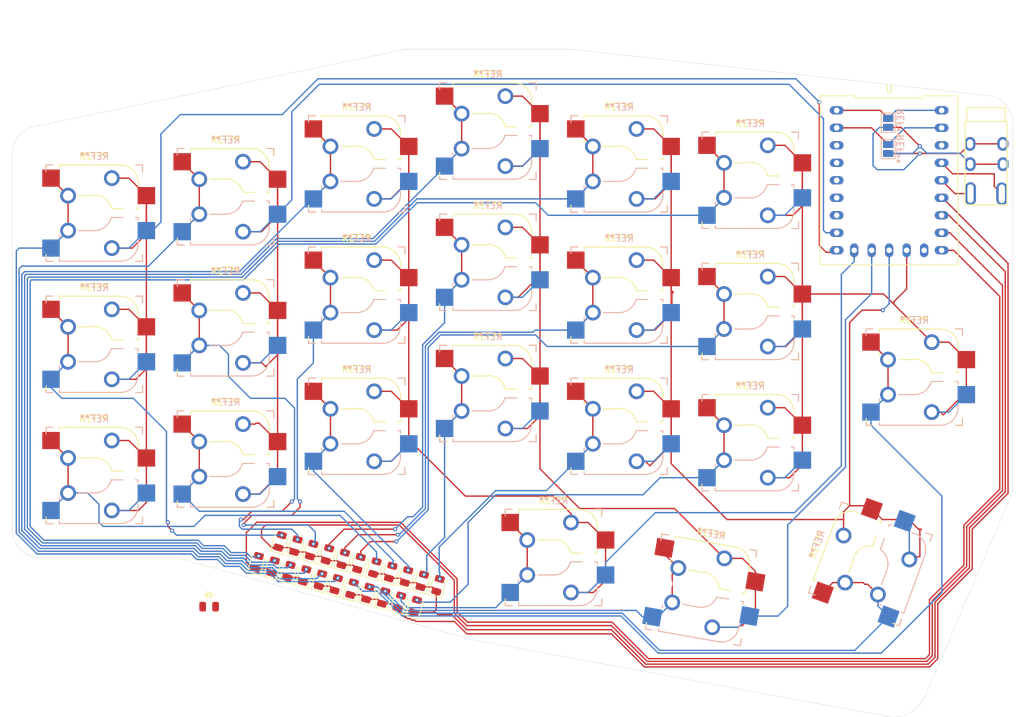
<source format=kicad_pcb>
(kicad_pcb (version 20241229) (generator "pcbnew") (generator_version "9.0")
  (layers (0 "F.Cu" signal) (2 "B.Cu" signal) (13 "F.Paste" user) (15 "B.Paste" user) (5 "F.SilkS" user "F.Silkscreen") (7 "B.SilkS" user "B.Silkscreen") (1 "F.Mask" user) (3 "B.Mask" user) (25 "Edge.Cuts" user))
  (net 0 "")
  (footprint "SMD Diodes:D_0805_2012Metric" (layer "F.Cu") (at 121.929954 134.309871 74.5)
    (property "Reference" "REF**" (hide yes))
    (property "Value" "D_0805_2012Metric" (hide yes))
  )
  (footprint "SMD Diodes:D_0805_2012Metric" (layer "F.Cu") (at 129.836076 132.533068 74.5)
    (property "Reference" "REF**" (hide yes))
    (property "Value" "D_0805_2012Metric" (hide yes))
  )
  (footprint "rp2040-zero:SolderJumper-2_P1.3mm_Open_Pad1.0x1.5mm" (layer "F.Cu") (at 199.79 70.47 90)
    (property "Reference" "REF**" (hide yes))
    (property "Value" "SolderJumper-2_P1.3mm_Open_Pad1.0x1.5mm")
  )
  (footprint "rp2040-zero:RP2040-Zero" (layer "F.Cu") (at 199.93 75.01375 -90)
    (property "Reference" "U")
    (property "Value" "RP2040-Zero")
  )
  (footprint "Keyswitches:Kailh_socket_MX_optional_reversible" (layer "F.Cu") (at 122.615 72.6325)
    (property "Reference" "REF**")
    (property "Value" "Kailh_socket_MX_optional_reversible")
  )
  (footprint "Keyswitches:Kailh_socket_MX_optional_reversible" (layer "F.Cu") (at 103.565 115.495)
    (property "Reference" "REF**")
    (property "Value" "Kailh_socket_MX_optional_reversible")
  )
  (footprint "SMD Diodes:D_0805_2012Metric" (layer "F.Cu") (at 119.635309 133.673509 74.5)
    (property "Reference" "REF**" (hide yes))
    (property "Value" "D_0805_2012Metric" (hide yes))
  )
  (footprint "Keyswitches:Kailh_socket_MX_optional_reversible" (layer "F.Cu") (at 172.62125 134.474296 -10)
    (property "Reference" "REF**")
    (property "Value" "Kailh_socket_MX_optional_reversible")
  )
  (footprint "Keyswitches:Kailh_socket_MX_optional_reversible" (layer "F.Cu") (at 160.715 110.7325)
    (property "Reference" "REF**")
    (property "Value" "Kailh_socket_MX_optional_reversible")
  )
  (footprint "Keyswitches:Kailh_socket_MX_optional_reversible" (layer "F.Cu") (at 160.715 91.6825)
    (property "Reference" "REF**")
    (property "Value" "Kailh_socket_MX_optional_reversible")
  )
  (footprint "SMD Diodes:D_0805_2012Metric" (layer "F.Cu") (at 127.541431 131.896707 74.5)
    (property "Reference" "REF**" (hide yes))
    (property "Value" "D_0805_2012Metric" (hide yes))
  )
  (footprint "Keyswitches:Kailh_socket_MX_optional_reversible" (layer "F.Cu") (at 122.615 110.7325)
    (property "Reference" "REF**")
    (property "Value" "Kailh_socket_MX_optional_reversible")
  )
  (footprint "Keyswitches:Kailh_socket_MX_optional_reversible" (layer "F.Cu") (at 141.665 67.87)
    (property "Reference" "REF**")
    (property "Value" "Kailh_socket_MX_optional_reversible")
  )
  (footprint "SMD Diodes:D_0805_2012Metric" (layer "F.Cu") (at 131.108534 136.855316 74.5)
    (property "Reference" "REF**" (hide yes))
    (property "Value" "D_0805_2012Metric" (hide yes))
  )
  (footprint "Keyswitches:Kailh_socket_MX_optional_reversible" (layer "F.Cu") (at 197.21639 130.715199 70)
    (property "Reference" "REF**")
    (property "Value" "Kailh_socket_MX_optional_reversible")
  )
  (footprint "SMD Diodes:D_0805_2012Metric" (layer "F.Cu") (at 132.130721 133.16943 74.5)
    (property "Reference" "REF**" (hide yes))
    (property "Value" "D_0805_2012Metric" (hide yes))
  )
  (footprint "Keyswitches:Kailh_socket_MX_optional_reversible" (layer "F.Cu") (at 103.565 96.445)
    (property "Reference" "REF**")
    (property "Value" "Kailh_socket_MX_optional_reversible")
  )
  (footprint "SMD Diodes:D_0805_2012Metric" (layer "F.Cu") (at 118.362851 129.351261 74.5)
    (property "Reference" "REF**" (hide yes))
    (property "Value" "D_0805_2012Metric" (hide yes))
  )
  (footprint "Keyswitches:Kailh_socket_MX_optional_reversible" (layer "F.Cu") (at 84.515 98.82625)
    (property "Reference" "REF**")
    (property "Value" "Kailh_socket_MX_optional_reversible")
  )
  (footprint "SMD Diodes:D_0805_2012Metric" (layer "F.Cu") (at 125.246786 131.260346 74.5)
    (property "Reference" "REF**" (hide yes))
    (property "Value" "D_0805_2012Metric" (hide yes))
  )
  (footprint "SMD Diodes:D_0805_2012Metric" (layer "F.Cu") (at 124.224599 134.946232 74.5)
    (property "Reference" "REF**" (hide yes))
    (property "Value" "D_0805_2012Metric" (hide yes))
  )
  (footprint "Keyswitches:Kailh_socket_MX_optional_reversible" (layer "F.Cu") (at 160.715 72.6325)
    (property "Reference" "REF**")
    (property "Value" "Kailh_socket_MX_optional_reversible")
  )
  (footprint "SMD Diodes:D_0805_2012Metric" (layer "F.Cu") (at 117.340664 133.037148 74.5)
    (property "Reference" "REF**" (hide yes))
    (property "Value" "D_0805_2012Metric" (hide yes))
  )
  (footprint "Keyswitches:Kailh_socket_MX_optional_reversible" (layer "F.Cu") (at 84.515 117.87625)
    (property "Reference" "REF**")
    (property "Value" "Kailh_socket_MX_optional_reversible")
  )
  (footprint "Keyswitches:Kailh_socket_MX_optional_reversible" (layer "F.Cu") (at 179.765 75.01375)
    (property "Reference" "REF**")
    (property "Value" "Kailh_socket_MX_optional_reversible")
  )
  (footprint "Keyswitches:Kailh_socket_MX_optional_reversible" (layer "F.Cu") (at 179.765 113.11375)
    (property "Reference" "REF**")
    (property "Value" "Kailh_socket_MX_optional_reversible")
  )
  (footprint "Keyswitches:Kailh_socket_MX_optional_reversible" (layer "F.Cu") (at 141.665 105.97)
    (property "Reference" "REF**")
    (property "Value" "Kailh_socket_MX_optional_reversible")
  )
  (footprint "SMD Diodes:D_0805_2012Metric" (layer "F.Cu") (at 128.813889 136.218955 74.5)
    (property "Reference" "REF**" (hide yes))
    (property "Value" "D_0805_2012Metric" (hide yes))
  )
  (footprint "Keyswitches:Kailh_socket_MX_optional_reversible" (layer "F.Cu") (at 141.665 86.92)
    (property "Reference" "REF**")
    (property "Value" "Kailh_socket_MX_optional_reversible")
  )
  (footprint "SMD Diodes:D_0805_2012Metric" (layer "F.Cu") (at 111.478916 127.442177 74.5)
    (property "Reference" "REF**" (hide yes))
    (property "Value" "D_0805_2012Metric" (hide yes))
  )
  (footprint "SMD Diodes:D_0805_2012Metric" (layer "F.Cu") (at 113.773561 128.078539 74.5)
    (property "Reference" "REF**" (hide yes))
    (property "Value" "D_0805_2012Metric" (hide yes))
  )
  (footprint "SMD Diodes:D_0805_2012Metric" (layer "F.Cu") (at 120.657496 129.987623 74.5)
    (property "Reference" "REF**" (hide yes))
    (property "Value" "D_0805_2012Metric" (hide yes))
  )
  (footprint "SMD Diodes:D_0805_2012Metric" (layer "F.Cu") (at 126.519244 135.582593 74.5)
    (property "Reference" "REF**" (hide yes))
    (property "Value" "D_0805_2012Metric" (hide yes))
  )
  (footprint "SMD Diodes:D_0805_2012Metric" (layer "F.Cu") (at 122.952141 130.623984 74.5)
    (property "Reference" "REF**" (hide yes))
    (property "Value" "D_0805_2012Metric" (hide yes))
  )
  (footprint "Scotto_lib:LED_0805" (layer "F.Cu") (at 101.18375 136.92625)
    (property "Reference" "REF**" (hide yes))
    (property "Value" "LED_0805" (hide yes))
  )
  (footprint "Scotto_lib:TRRS_PJ-320A" (layer "F.Cu") (at 213.79 66.47)
    (property "Reference" "REF**")
    (property "Value" "TRRS_PJ-320A")
  )
  (footprint "SMD Diodes:D_0805_2012Metric" (layer "F.Cu") (at 134.425366 133.805791 74.5)
    (property "Reference" "REF**" (hide yes))
    (property "Value" "D_0805_2012Metric" (hide yes))
  )
  (footprint "SMD Diodes:D_0805_2012Metric" (layer "F.Cu") (at 112.751374 131.764425 74.5)
    (property "Reference" "REF**" (hide yes))
    (property "Value" "D_0805_2012Metric" (hide yes))
  )
  (footprint "Keyswitches:Kailh_socket_MX_optional_reversible" (layer "F.Cu") (at 203.5775 103.58875)
    (property "Reference" "REF**")
    (property "Value" "Kailh_socket_MX_optional_reversible")
  )
  (footprint "SMD Diodes:D_0805_2012Metric" (layer "F.Cu") (at 108.140536 130.466596 74.5)
    (property "Reference" "REF**" (hide yes))
    (property "Value" "D_0805_2012Metric" (hide yes))
  )
  (footprint "Keyswitches:Kailh_socket_MX_optional_reversible" (layer "F.Cu") (at 151.19 129.7825)
    (property "Reference" "REF**")
    (property "Value" "Kailh_socket_MX_optional_reversible")
  )
  (footprint "rp2040-zero:SolderJumper-2_P1.3mm_Open_Pad1.0x1.5mm" (layer "F.Cu") (at 199.79 66.67 -90)
    (property "Reference" "REF**" (hide yes))
    (property "Value" "SolderJumper-2_P1.3mm_Open_Pad1.0x1.5mm")
  )
  (footprint "Keyswitches:Kailh_socket_MX_optional_reversible" (layer "F.Cu") (at 179.765 94.06375)
    (property "Reference" "REF**")
    (property "Value" "Kailh_socket_MX_optional_reversible")
  )
  (footprint "Keyswitches:Kailh_socket_MX_optional_reversible" (layer "F.Cu") (at 84.515 79.77625)
    (property "Reference" "REF**")
    (property "Value" "Kailh_socket_MX_optional_reversible")
  )
  (footprint "Keyswitches:Kailh_socket_MX_optional_reversible" (layer "F.Cu") (at 103.565 77.395)
    (property "Reference" "REF**")
    (property "Value" "Kailh_socket_MX_optional_reversible")
  )
  (footprint "SMD Diodes:D_0805_2012Metric" (layer "F.Cu") (at 115.046019 132.400786 74.5)
    (property "Reference" "REF**" (hide yes))
    (property "Value" "D_0805_2012Metric" (hide yes))
  )
  (footprint "SMD Diodes:D_0805_2012Metric" (layer "F.Cu") (at 116.068206 128.7149 74.5)
    (property "Reference" "REF**" (hide yes))
    (property "Value" "D_0805_2012Metric" (hide yes))
  )
  (footprint "SMD Diodes:D_0805_2012Metric" (layer "F.Cu") (at 110.456729 131.128064 74.5)
    (property "Reference" "REF**" (hide yes))
    (property "Value" "D_0805_2012Metric" (hide yes))
  )
  (footprint "Keyswitches:Kailh_socket_MX_optional_reversible" (layer "F.Cu") (at 122.615 91.6825)
    (property "Reference" "REF**")
    (property "Value" "Kailh_socket_MX_optional_reversible")
  )
  (footprint "rp2040-zero:SolderJumper-2_P1.3mm_Open_Pad1.0x1.5mm" (layer "B.Cu") (at 199.79 66.67 90)
    (property "Reference" "REF**")
    (property "Value" "SolderJumper-2_P1.3mm_Open_Pad1.0x1.5mm")
  )
  (footprint "rp2040-zero:SolderJumper-2_P1.3mm_Open_Pad1.0x1.5mm" (layer "B.Cu") (at 199.79 70.47 90)
    (property "Reference" "REF**")
    (property "Value" "SolderJumper-2_P1.3mm_Open_Pad1.0x1.5mm")
  )
  (gr_arc (start 153.349709 55.96375) (mid 153.57091 55.969871) (end 153.791435 55.988215) (stroke (width 0.05)) (layer "Edge.Cuts"))
  (gr_line (start 129.75875 55.96375) (end 153.57125 55.96375) (stroke (width 0.05)) (layer "Edge.Cuts"))
  (gr_arc (start 214.306726 62.712136) (mid 216.845523 64.019983) (end 217.865 66.687671) (stroke (width 0.05)) (layer "Edge.Cuts"))
  (gr_line (start 75.792933 67.206629) (end 129.355174 56.047828) (stroke (width 0.05)) (layer "Edge.Cuts"))
  (gr_arc (start 205.152424 149.920177) (mid 202.915989 152.358954) (end 199.646253 152.866991) (stroke (width 0.05)) (layer "Edge.Cuts"))
  (gr_line (start 76.60875 129.7825) (end 95.876017 129.7825) (stroke (width 0.05)) (layer "Edge.Cuts"))
  (gr_arc (start 95.876017 129.7825) (mid 96.416254 129.81915) (end 96.946592 129.928428) (stroke (width 0.05)) (layer "Edge.Cuts"))
  (gr_line (start 139.28375 141.68875) (end 199.646253 152.866991) (stroke (width 0.05)) (layer "Edge.Cuts"))
  (gr_line (start 205.152424 149.920177) (end 217.70329 120.634824) (stroke (width 0.05)) (layer "Edge.Cuts"))
  (gr_line (start 153.791435 55.988215) (end 214.306726 62.712136) (stroke (width 0.05)) (layer "Edge.Cuts"))
  (gr_line (start 217.865 119.846985) (end 217.865 66.687671) (stroke (width 0.05)) (layer "Edge.Cuts"))
  (gr_arc (start 217.865 119.846985) (mid 217.824158 120.249118) (end 217.70329 120.634824) (stroke (width 0.05)) (layer "Edge.Cuts"))
  (gr_arc (start 72.60875 71.12255) (mid 73.505263 68.598988) (end 75.792933 67.206629) (stroke (width 0.05)) (layer "Edge.Cuts"))
  (gr_line (start 96.946592 129.928428) (end 139.28375 141.68875) (stroke (width 0.05)) (layer "Edge.Cuts"))
  (gr_line (start 153.349709 55.96375) (end 130.170991 55.96375) (stroke (width 0.05)) (layer "Edge.Cuts"))
  (gr_arc (start 76.60875 129.7825) (mid 73.780355 128.610909) (end 72.60875 125.7825) (stroke (width 0.05)) (layer "Edge.Cuts"))
  (gr_arc (start 129.355174 56.047828) (mid 129.760922 55.984825) (end 130.170991 55.96375) (stroke (width 0.05)) (layer "Edge.Cuts"))
  (gr_line (start 72.60875 71.12255) (end 72.60875 125.7825) (stroke (width 0.05)) (layer "Edge.Cuts"))
  (segment (start 121.679418 135.213275) (end 123.337702 135.213275) (width 0.2) (layer "F.Cu") (net 0))
  (segment (start 211.19 131.07) (end 211.19 125.27) (width 0.2) (layer "F.Cu") (net 0))
  (segment (start 144.205 62.79) (end 146.685 62.79) (width 0.2) (layer "F.Cu") (net 0))
  (segment (start 115.181309 128.981943) (end 115.81767 129.618304) (width 0.2) (layer "F.Cu") (net 0))
  (segment (start 130.175 112.655) (end 138.39 120.87) (width 0.2) (layer "F.Cu") (net 0))
  (segment (start 133.89 137.57) (end 134.39 138.07) (width 0.2) (layer "F.Cu") (net 0))
  (segment (start 136.79 137.87) (end 138.59 139.67) (width 0.2) (layer "F.Cu") (net 0))
  (segment (start 124.59 127.47) (end 123.202677 128.857323) (width 0.2) (layer "F.Cu") (net 0))
  (segment (start 163.255 77.7125) (end 165.9475 77.7125) (width 0.2) (layer "F.Cu") (net 0))
  (segment (start 199.7675 106.12875) (end 199.7675 101.04875) (width 0.2) (layer "F.Cu") (net 0))
  (segment (start 184.785 88.98375) (end 187.325 91.52375) (width 0.2) (layer "F.Cu") (net 0))
  (segment (start 216.79 120.27) (end 216.79 88.27) (width 0.2) (layer "F.Cu") (net 0))
  (segment (start 90.90375 122.95625) (end 87.055 122.95625) (width 0.2) (layer "F.Cu") (net 0))
  (segment (start 210.79 130.87) (end 210.79 125.07) (width 0.2) (layer "F.Cu") (net 0))
  (segment (start 107.845 110.415) (end 106.105 110.415) (width 0.2) (layer "F.Cu") (net 0))
  (segment (start 118.805 70.0925) (end 118.805 75.1725) (width 0.2) (layer "F.Cu") (net 0))
  (segment (start 131.243823 133.436472) (end 131.880185 134.072834) (width 0.2) (layer "F.Cu") (net 0))
  (segment (start 106.59 126.17) (end 108.09 124.67) (width 0.2) (layer "F.Cu") (net 0))
  (segment (start 116.325 105.7125) (end 118.805 108.1925) (width 0.2) (layer "F.Cu") (net 0))
  (segment (start 135.375 62.85) (end 137.855 65.33) (width 0.2) (layer "F.Cu") (net 0))
  (segment (start 209.14625 74.07) (end 207.55 72.47375) (width 0.2) (layer "F.Cu") (net 0))
  (segment (start 204.39 125.87) (end 204.39 129.67) (width 0.2) (layer "F.Cu") (net 0))
  (segment (start 130.175 70.0925) (end 130.175 108.1925) (width 0.2) (layer "F.Cu") (net 0))
  (segment (start 97.275 72.375) (end 99.755 74.855) (width 0.2) (layer "F.Cu") (net 0))
  (segment (start 180.507463 137.752537) (end 180.507463 133.285665) (width 0.2) (layer "F.Cu") (net 0))
  (segment (start 128.99 124.67) (end 137.19 132.87) (width 0.2) (layer "F.Cu") (net 0))
  (segment (start 147.38 132.3225) (end 147.38 127.2425) (width 0.2) (layer "F.Cu") (net 0))
  (segment (start 206.1175 98.50875) (end 208.5975 98.50875) (width 0.2) (layer "F.Cu") (net 0))
  (segment (start 106.79 123.67) (end 106.19 124.27) (width 0.2) (layer "F.Cu") (net 0))
  (segment (start 149.225 109.235) (end 147.41 111.05) (width 0.2) (layer "F.Cu") (net 0))
  (segment (start 184.91625 99.14375) (end 187.39 96.67) (width 0.2) (layer "F.Cu") (net 0))
  (segment (start 165.735 86.6025) (end 168.275 89.1425) (width 0.2) (layer "F.Cu") (net 0))
  (segment (start 185.46625 118.19375) (end 182.305 118.19375) (width 0.2) (layer "F.Cu") (net 0))
  (segment (start 99.755 98.985) (end 99.755 93.905) (width 0.2) (layer "F.Cu") (net 0))
  (segment (start 206.59 144.27) (end 206.59 136.27) (width 0.2) (layer "F.Cu") (net 0))
  (segment (start 205.39 144.87) (end 206.19 144.07) (width 0.2) (layer "F.Cu") (net 0))
  (segment (start 196.805954 133.67) (end 198.300113 135.164159) (width 0.2) (layer "F.Cu") (net 0))
  (segment (start 92.075 96.28625) (end 92.075 102.385) (width 0.2) (layer "F.Cu") (net 0))
  (segment (start 125.155 67.5525) (end 127.635 67.5525) (width 0.2) (layer "F.Cu") (net 0))
  (segment (start 193.311483 124.27) (end 193.311483 123.148517) (width 0.2) (layer "F.Cu") (net 0))
  (segment (start 211.59 131.27) (end 211.59 125.47) (width 0.2) (layer "F.Cu") (net 0))
  (segment (start 168.762255 122.67) (end 176.004794 129.912539) (width 0.2) (layer "F.Cu") (net 0))
  (segment (start 205.79 135.87) (end 210.79 130.87) (width 0.2) (layer "F.Cu") (net 0))
  (segment (start 92.075 121.785) (end 90.90375 122.95625) (width 0.2) (layer "F.Cu") (net 0))
  (segment (start 149.39 70.27) (end 149.225 70.105) (width 0.2) (layer "F.Cu") (net 0))
  (segment (start 127.6475 115.8125) (end 130.175 113.285) (width 0.2) (layer "F.Cu") (net 0))
  (segment (start 199.1325 91.52375) (end 200.634375 93.025625) (width 0.2) (layer "F.Cu") (net 0))
  (segment (start 198.942851 124.27) (end 202.79 124.27) (width 0.2) (layer "F.Cu") (net 0))
  (segment (start 110.206193 132.031468) (end 111.864477 132.031468) (width 0.2) (layer "F.Cu") (net 0))
  (segment (start 116.453766 133.30419) (end 117.090128 133.940552) (width 0.2) (layer "F.Cu") (net 0))
  (segment (start 173.475 108.09375) (end 175.955 110.57375) (width 0.2) (layer "F.Cu") (net 0))
  (segment (start 168.39 91.47) (end 168.59 91.27) (width 0.2) (layer "F.Cu") (net 0))
  (segment (start 99.755 118.035) (end 99.755 112.955) (width 0.2) (layer "F.Cu") (net 0))
  (segment (start 146.685 81.84) (end 149.225 84.38) (width 0.2) (layer "F.Cu") (net 0))
  (segment (start 90.55375 103.90625) (end 87.055 103.90625) (width 0.2) (layer "F.Cu") (net 0))
  (segment (start 208.61375 80.09375) (end 207.55 80.09375) (width 0.2) (layer "F.Cu") (net 0))
  (segment (start 134.17483 134.709195) (end 134.17483 137.28517) (width 0.2) (layer "F.Cu") (net 0))
  (segment (start 130.39 138.67) (end 130.59 138.87) (width 0.2) (layer "F.Cu") (net 0))
  (segment (start 211.1375 105.7225) (end 207.79 109.07) (width 0.2) (layer "F.Cu") (net 0))
  (segment (start 187.325 110.57375) (end 187.325 116.335) (width 0.2) (layer "F.Cu") (net 0))
  (segment (start 106.19 124.27) (end 105.79 124.27) (width 0.2) (layer "F.Cu") (net 0))
  (segment (start 136.79 133.07) (end 136.79 137.87) (width 0.2) (layer "F.Cu") (net 0))
  (segment (start 92.075 82.785) (end 92.075 77.23625) (width 0.2) (layer "F.Cu") (net 0))
  (segment (start 129.58554 133.436472) (end 131.243823 133.436472) (width 0.2) (layer "F.Cu") (net 0))
  (segment (start 154.99 122.67) (end 168.762255 122.67) (width 0.2) (layer "F.Cu") (net 0))
  (segment (start 178.632539 129.912539) (end 180.507463 131.787463) (width 0.2) (layer "F.Cu") (net 0))
  (segment (start 137.19 137.67) (end 138.69 139.17) (width 0.2) (layer "F.Cu") (net 0))
  (segment (start 189.79 84.47) (end 190.79 85.47) (width 0.2) (layer "F.Cu") (net 0))
  (segment (start 208.5975 98.50875) (end 211.1375 101.04875) (width 0.2) (layer "F.Cu") (net 0))
  (segment (start 124.99625 132.16375) (end 126.654534 132.16375) (width 0.2) (layer "F.Cu") (net 0))
  (segment (start 149.225 88.835) (end 145.99 92.07) (width 0.2) (layer "F.Cu") (net 0))
  (segment (start 144.205 81.84) (end 146.685 81.84) (width 0.2) (layer "F.Cu") (net 0))
  (segment (start 159.69 139.17) (end 164.99 144.47) (width 0.2) (layer "F.Cu") (net 0))
  (segment (start 127.635 86.6025) (end 130.175 89.1425) (width 0.2) (layer "F.Cu") (net 0))
  (segment (start 146.71 72.95) (end 149.39 70.27) (width 0.2) (layer "F.Cu") (net 0))
  (segment (start 106.59 130.47) (end 106.59 126.17) (width 0.2) (layer "F.Cu") (net 0))
  (segment (start 205.79 143.87) (end 205.79 135.87) (width 0.2) (layer "F.Cu") (net 0))
  (segment (start 108.845 101.525) (end 106.105 101.525) (width 0.2) (layer "F.Cu") (net 0))
  (segment (start 144.9 124.7625) (end 147.38 127.2425) (width 0.2) (layer "F.Cu") (net 0))
  (segment (start 128.4975 96.7625) (end 125.155 96.7625) (width 0.2) (layer "F.Cu") (net 0))
  (segment (start 125.155 115.8125) (end 127.6475 115.8125) (width 0.2) (layer "F.Cu") (net 0))
  (segment (start 111.22838 128.345581) (end 110.265581 128.345581) (width 0.2) (layer "F.Cu") (net 0))
  (segment (start 80.705 101.36625) (end 80.705 96.28625) (width 0.2) (layer "F.Cu") (net 0))
  (segment (start 126.268708 136.485997) (end 127.926991 136.485997) (width 0.2) (layer "F.Cu") (net 0))
  (segment (start 215.19 75.87) (end 215.19 74.07) (width 0.2) (layer "F.Cu") (net 0))
  (segment (start 138.59 139.67) (end 159.59 139.67) (width 0.2) (layer "F.Cu") (net 0))
  (segment (start 129.59 138.47) (end 129.79 138.47) (width 0.2) (layer "F.Cu") (net 0))
  (segment (start 109.39 102.07) (end 108.845 101.525) (width 0.2) (layer "F.Cu") (net 0))
  (segment (start 118.748412 133.940552) (end 119.384773 134.576913) (width 0.2) (layer "F.Cu") (net 0))
  (segment (start 89.535 112.79625) (end 92.075 115.33625) (width 0.2) (layer "F.Cu") (net 0))
  (segment (start 201.64 67.32) (end 199.79 67.32) (width 0.2) (layer "F.Cu") (net 0))
  (segment (start 194.19 95.67) (end 195.99 93.87) (width 0.2) (layer "F.Cu") (net 0))
  (segment (start 154.425 86.6025) (end 154.425 86.6625) (width 0.2) (layer "F.Cu") (net 0))
  (segment (start 165.735 67.5525) (end 168.275 70.0925) (width 0.2) (layer "F.Cu") (net 0))
  (segment (start 204.39 129.67) (end 203.254602 129.67) (width 0.2) (layer "F.Cu") (net 0))
  (segment (start 78.225 74.69625) (end 78.225 74.75625) (width 0.2) (layer "F.Cu") (net 0))
  (segment (start 116.325 86.6025) (end 116.325 86.6625) (width 0.2) (layer "F.Cu") (net 0))
  (segment (start 97.275 91.365) (end 97.275 91.425) (width 0.2) (layer "F.Cu") (net 0))
  (segment (start 130.175 113.285) (end 130.175 108.1925) (width 0.2) (layer "F.Cu") (net 0))
  (segment (start 184.785 108.03375) (end 187.325 110.57375) (width 0.2) (layer "F.Cu") (net 0))
  (segment (start 130.99 138.87) (end 131.19 139.07) (width 0.2) (layer "F.Cu") (net 0))
  (segment (start 175.955 72.47375) (end 175.955 77.55375) (width 0.2) (layer "F.Cu") (net 0))
  (segment (start 159.59 140.27) (end 164.59 145.27) (width 0.2) (layer "F.Cu") (net 0))
  (segment (start 211.19 125.27) (end 216.39 120.07) (width 0.2) (layer "F.Cu") (net 0))
  (segment (start 87.055 84.85625) (end 90.00375 84.85625) (width 0.2) (layer "F.Cu") (net 0))
  (segment (start 138.59 140.87) (end 159.59 140.87) (width 0.2) (layer "F.Cu") (net 0))
  (segment (start 116.325 86.6625) (end 118.805 89.1425) (width 0.2) (layer "F.Cu") (net 0))
  (segment (start 128.563353 137.122359) (end 128.563353 137.443353) (width 0.2) (layer "F.Cu") (net 0))
  (segment (start 165.19 116.47) (end 168.275 113.385) (width 0.2) (layer "F.Cu") (net 0))
  (segment (start 111.79 123.07) (end 107.39 123.07) (width 0.2) (layer "F.Cu") (net 0))
  (segment (start 194.19 122.27) (end 194.19 95.67) (width 0.2) (layer "F.Cu") (net 0))
  (segment (start 135.375 81.9) (end 137.855 84.38) (width 0.2) (layer "F.Cu") (net 0))
  (segment (start 134.17483 137.28517) (end 133.89 137.57) (width 0.2) (layer "F.Cu") (net 0))
  (segment (start 113.523025 128.981943) (end 115.181309 128.981943) (width 0.2) (layer "F.Cu") (net 0))
  (segment (start 200.634375 93.025625) (end 200.634375 92.625625) (width 0.2) (layer "F.Cu") (net 0))
  (segment (start 149.225 116.905) (end 154.99 122.67) (width 0.2) (layer "F.Cu") (net 0))
  (segment (start 107.39 123.67) (end 106.19 124.87) (width 0.2) (layer "F.Cu") (net 0))
  (segment (start 112.500838 132.667829) (end 114.159122 132.667829) (width 0.2) (layer "F.Cu") (net 0))
  (segment (start 114.795483 133.30419) (end 116.453766 133.30419) (width 0.2) (layer "F.Cu") (net 0))
  (segment (start 197.2875 98.56875) (end 199.7675 101.04875) (width 0.2) (layer "F.Cu") (net 0))
  (segment (start 80.705 77.23625) (end 80.705 82.31625) (width 0.2) (layer "F.Cu") (net 0))
  (segment (start 205.79 145.67) (end 206.99 144.47) (width 0.2) (layer "F.Cu") (net 0))
  (segment (start 118.112315 130.254665) (end 119.770598 130.254665) (width 0.2) (layer "F.Cu") (net 0))
  (segment (start 113.19 121.67) (end 111.79 123.07) (width 0.2) (layer "F.Cu") (net 0))
  (segment (start 127.290895 132.800111) (end 128.949179 132.800111) (width 0.2) (layer "F.Cu") (net 0))
  (segment (start 156.9975 134.8625) (end 158.75 133.11) (width 0.2) (layer "F.Cu") (net 0))
  (segment (start 197.415243 122.742392) (end 198.942851 124.27) (width 0.2) (layer "F.Cu") (net 0))
  (segment (start 182.305 99.14375) (end 184.91625 99.14375) (width 0.2) (layer "F.Cu") (net 0))
  (segment (start 145.99 92.07) (end 145.92 92) (width 0.2) (layer "F.Cu") (net 0))
  (segment (start 168.428066 132.193418) (end 169.310199 131.311285) (width 0.2) (layer "F.Cu") (net 0))
  (segment (start 135.375 100.95) (end 137.855 103.43) (width 0.2) (layer "F.Cu") (net 0))
  (segment (start 182.305 80.09375) (end 185.96625 80.09375) (width 0.2) (layer "F.Cu") (net 0))
  (segment (start 192.01375 85.47) (end 192.31 85.17375) (width 0.2) (layer "F.Cu") (net 0))
  (segment (start 78.225 112.85625) (end 80.705 115.33625) (width 0.2) (layer "F.Cu") (net 0))
  (segment (start 167.308942 129.310028) (end 169.310199 131.311285) (width 0.2) (layer "F.Cu") (net 0))
  (segment (start 210.265 71.12) (end 211.665 69.72) (width 0.2) (layer "F.Cu") (net 0))
  (segment (start 92.075 77.23625) (end 92.075 115.33625) (width 0.2) (layer "F.Cu") (net 0))
  (segment (start 112.886663 128.345581) (end 113.523025 128.981943) (width 0.2) (layer "F.Cu") (net 0))
  (segment (start 95.19 124.67) (end 95.19 125.27) (width 0.2) (layer "F.Cu") (net 0))
  (segment (start 197.2875 98.50875) (end 197.2875 98.56875) (width 0.2) (layer "F.Cu") (net 0))
  (segment (start 165.9475 77.7125) (end 168.19 75.47) (width 0.2) (layer "F.Cu") (net 0))
  (segment (start 115.81767 129.618304) (end 117.475954 129.618304) (width 0.2) (layer "F.Cu") (net 0))
  (segment (start 163.255 86.6025) (end 165.735 86.6025) (width 0.2) (layer "F.Cu") (net 0))
  (segment (start 111.125 74.855) (end 111.125 112.955) (width 0.2) (layer "F.Cu") (net 0))
  (segment (start 199.79 71.12) (end 204.39 71.12) (width 0.2) (layer "F.Cu") (net 0))
  (segment (start 130.175 75.055) (end 130.175 70.0925) (width 0.2) (layer "F.Cu") (net 0))
  (segment (start 87.055 74.69625) (end 89.535 74.69625) (width 0.2) (layer "F.Cu") (net 0))
  (segment (start 95.19 125.27) (end 95.79 125.87) (width 0.2) (layer "F.Cu") (net 0))
  (segment (start 207.79 109.07) (end 207.38875 108.66875) (width 0.2) (layer "F.Cu") (net 0))
  (segment (start 200.634375 93.025625) (end 206.1175 98.50875) (width 0.2) (layer "F.Cu") (net 0))
  (segment (start 110.265581 128.345581) (end 108.79 126.87) (width 0.2) (layer "F.Cu") (net 0))
  (segment (start 200.634375 92.625625) (end 202.47 90.79) (width 0.2) (layer "F.Cu") (net 0))
  (segment (start 99.755 74.855) (end 99.755 79.935) (width 0.2) (layer "F.Cu") (net 0))
  (segment (start 123.202677 128.857323) (end 123.202677 129.72058) (width 0.2) (layer "F.Cu") (net 0))
  (segment (start 136.79 139.07) (end 138.59 140.87) (width 0.2) (layer "F.Cu") (net 0))
  (segment (start 111.125 74.855) (end 111.125 80.135) (width 0.2) (layer "F.Cu") (net 0))
  (segment (start 168.428066 136.314108) (end 168.428066 132.193418) (width 0.2) (layer "F.Cu") (net 0))
  (segment (start 197.36375 67.39375) (end 199.79 69.82) (width 0.2) (layer "F.Cu") (net 0))
  (segment (start 144.205 72.95) (end 146.71 72.95) (width 0.2) (layer "F.Cu") (net 0))
  (segment (start 178.19 139.67) (end 178.59 139.67) (width 0.2) (layer "F.Cu") (net 0))
  (segment (start 92.075 115.33625) (end 92.075 121.785) (width 0.2) (layer "F.Cu") (net 0))
  (segment (start 207.67375 77.55375) (end 207.55 77.55375) (width 0.2) (layer "F.Cu") (net 0))
  (segment (start 149.225 84.38) (end 149.225 88.835) (width 0.2) (layer "F.Cu") (net 0))
  (segment (start 135.375 100.89) (end 135.375 100.95) (width 0.2) (layer "F.Cu") (net 0))
  (segment (start 193.311483 123.148517) (end 194.19 122.27) (width 0.2) (layer "F.Cu") (net 0))
  (segment (start 149.225 65.33) (end 149.225 103.43) (width 0.2) (layer "F.Cu") (net 0))
  (segment (start 117.475954 129.618304) (end 118.112315 130.254665) (width 0.2) (layer "F.Cu") (net 0))
  (segment (start 154.425 86.6625) (end 156.905 89.1425) (width 0.2) (layer "F.Cu") (net 0))
  (segment (start 168.59 91.27) (end 168.275 90.955) (width 0.2) (layer "F.Cu") (net 0))
  (segment (start 128.949179 132.800111) (end 129.58554 133.436472) (width 0.2) (layer "F.Cu") (net 0))
  (segment (start 211.69 72.67) (end 216.465 72.67) (width 0.2) (layer "F.Cu") (net 0))
  (segment (start 125.632347 135.849636) (end 126.268708 136.485997) (width 0.2) (layer "F.Cu") (net 0))
  (segment (start 211.99 125.67) (end 217.19 120.47) (width 0.2) (layer "F.Cu") (net 0))
  (segment (start 108.585 91.365) (end 111.125 93.905) (width 0.2) (layer "F.Cu") (net 0))
  (segment (start 107.89 131.37) (end 109.544725 131.37) (width 0.2) (layer "F.Cu") (net 0))
  (segment (start 168.19 75.07) (end 168.275 74.985) (width 0.2) (layer "F.Cu") (net 0))
  (segment (start 131.19 139.07) (end 136.79 139.07) (width 0.2) (layer "F.Cu") (net 0))
  (segment (start 129.79 138.47) (end 129.99 138.67) (width 0.2) (layer "F.Cu") (net 0))
  (segment (start 187.325 78.735) (end 187.325 72.47375) (width 0.2) (layer "F.Cu") (net 0))
  (segment (start 187.325 116.335) (end 185.46625 118.19375) (width 0.2) (layer "F.Cu") (net 0))
  (segment (start 164.5325 115.8125) (end 165.19 116.47) (width 0.2) (layer "F.Cu") (net 0))
  (segment (start 125.155 77.7125) (end 127.5475 77.7125) (width 0.2) (layer "F.Cu") (net 0))
  (segment (start 168.275 90.955) (end 168.275 89.1425) (width 0.2) (layer "F.Cu") (net 0))
  (segment (start 135.375 62.79) (end 135.375 62.85) (width 0.2) (layer "F.Cu") (net 0))
  (segment (start 158.75 133.11) (end 158.75 127.2425) (width 0.2) (layer "F.Cu") (net 0))
  (segment (start 178.59 139.67) (end 180.507463 137.752537) (width 0.2) (layer "F.Cu") (net 0))
  (segment (start 168.275 113.385) (end 168.275 108.1925) (width 0.2) (layer "F.Cu") (net 0))
  (segment (start 131.880185 134.072834) (end 133.538469 134.072834) (width 0.2) (layer "F.Cu") (net 0))
  (segment (start 154.425 67.6125) (end 156.905 70.0925) (width 0.2) (layer "F.Cu") (net 0))
  (segment (start 187.325 96.605) (end 187.325 91.52375) (width 0.2) (layer "F.Cu") (net 0))
  (segment (start 108.79 125.67) (end 109.39 125.07) (width 0.2) (layer "F.Cu") (net 0))
  (segment (start 97.275 72.315) (end 97.275 72.375) (width 0.2) (layer "F.Cu") (net 0))
  (segment (start 173.475 88.98375) (end 173.475 89.04375) (width 0.2) (layer "F.Cu") (net 0))
  (segment (start 190.79 85.47) (end 192.01375 85.47) (width 0.2) (layer "F.Cu") (net 0))
  (segment (start 137.855 108.51) (end 137.855 103.43) (width 0.2) (layer "F.Cu") (net 0))
  (segment (start 211.1375 101.04875) (end 211.1375 105.7225) (width 0.2) (layer "F.Cu") (net 0))
  (segment (start 206.59 136.27) (end 211.59 131.27) (width 0.2) (layer "F.Cu") (net 0))
  (segment (start 182.305 88.98375) (end 184.785 88.98375) (width 0.2) (layer "F.Cu") (net 0))
  (segment (start 168.275 74.985) (end 168.275 70.0925) (width 0.2) (layer "F.Cu") (net 0))
  (segment (start 111.125 117.935) (end 111.125 112.955) (width 0.2) (layer "F.Cu") (net 0))
  (segment (start 192.31 67.39375) (end 197.36375 67.39375) (width 0.2) (layer "F.Cu") (net 0))
  (segment (start 147.41 111.05) (end 144.205 111.05) (width 0.2) (layer "F.Cu") (net 0))
  (segment (start 107.99 110.27) (end 107.845 110.415) (width 0.2) (layer "F.Cu") (net 0))
  (segment (start 127.5475 77.7125) (end 130.19 75.07) (width 0.2) (layer "F.Cu") (net 0))
  (segment (start 177.941814 139.918186) (end 178.19 139.67) (width 0.2) (layer "F.Cu") (net 0))
  (segment (start 185.96625 80.09375) (end 187.325 78.735) (width 0.2) (layer "F.Cu") (net 0))
  (segment (start 176.39 124.27) (end 193.311483 124.27) (width 0.2) (layer "F.Cu") (net 0))
  (segment (start 120.908032 128.351968) (end 120.908032 129.084219) (width 0.2) (layer "F.Cu") (net 0))
  (segment (start 87.055 93.74625) (end 89.535 93.74625) (width 0.2) (layer "F.Cu") (net 0))
  (segment (start 109.544725 131.37) (end 110.206193 132.031468) (width 0.2) (layer "F.Cu") (net 0))
  (segment (start 134.39 138.07) (end 136.39 138.07) (width 0.2) (layer "F.Cu") (net 0))
  (segment (start 117.090128 133.940552) (end 118.748412 133.940552) (width 0.2) (layer "F.Cu") (net 0))
  (segment (start 116.325 67.5525) (end 116.325 67.6125) (width 0.2) (layer "F.Cu") (net 0))
  (segment (start 130.175 95.085) (end 128.4975 96.7625) (width 0.2) (layer "F.Cu") (net 0))
  (segment (start 123.337702 135.213275) (end 123.974063 135.849636) (width 0.2) (layer "F.Cu") (net 0))
  (segment (start 106.19 124.87) (end 106.19 125.07) (width 0.2) (layer "F.Cu") (net 0))
  (segment (start 187.325 91.52375) (end 199.1325 91.52375) (width 0.2) (layer "F.Cu") (net 0))
  (segment (start 216.79 88.27) (end 208.61375 80.09375) (width 0.2) (layer "F.Cu") (net 0))
  (segment (start 193.526474 133.426697) (end 196.146697 133.426697) (width 0.2) (layer "F.Cu") (net 0))
  (segment (start 215.19 74.07) (end 209.14625 74.07) (width 0.2) (layer "F.Cu") (net 0))
  (segment (start 173.475 69.93375) (end 173.475 69.99375) (width 0.2) (layer "F.Cu") (net 0))
  (segment (start 99.755 112.955) (end 97.275 110.475) (width 0.2) (layer "F.Cu") (net 0))
  (segment (start 125.155 105.6525) (end 127.635 105.6525) (width 0.2) (layer "F.Cu") (net 0))
  (segment (start 116.325 105.6525) (end 116.325 105.7125) (width 0.2) (layer "F.Cu") (net 0))
  (segment (start 133.538469 134.072834) (end 134.17483 134.709195) (width 0.2) (layer "F.Cu") (net 0))
  (segment (start 108.585 72.315) (end 111.125 74.855) (width 0.2) (layer "F.Cu") (net 0))
  (segment (start 130.59 138.87) (end 130.99 138.87) (width 0.2) (layer "F.Cu") (net 0))
  (segment (start 125.155 86.6025) (end 127.635 86.6025) (width 0.2) (layer "F.Cu") (net 0))
  (segment (start 111.125 80.135) (end 108.785 82.475) (width 0.2) (layer "F.Cu") (net 0))
  (segment (start 135.375 81.84) (end 135.375 81.9) (width 0.2) (layer "F.Cu") (net 0))
  (segment (start 176.004794 129.912539) (end 178.632539 129.912539) (width 0.2) (layer "F.Cu") (net 0))
  (segment (start 217.19 87.07) (end 207.67375 77.55375) (width 0.2) (layer "F.Cu") (net 0))
  (segment (start 87.055 112.79625) (end 89.535 112.79625) (width 0.2) (layer "F.Cu") (net 0))
  (segment (start 206.19 136.07) (end 211.19 131.07) (width 0.2) (layer "F.Cu") (net 0))
  (segment (start 106.105 91.365) (end 108.585 91.365) (width 0.2) (layer "F.Cu") (net 0))
  (segment (start 119.770598 130.254665) (end 120.40696 130.891027) (width 0.2) (layer "F.Cu") (net 0))
  (segment (start 107.39 123.07) (end 106.79 123.67) (width 0.2) (layer "F.Cu") (net 0))
  (segment (start 114.39 122.47) (end 113.19 123.67) (width 0.2) (layer "F.Cu") (net 0))
  (segment (start 211.99 131.47) (end 211.99 125.67) (width 0.2) (layer "F.Cu") (net 0))
  (segment (start 154.425 105.6525) (end 154.425 105.7125) (width 0.2) (layer "F.Cu") (net 0))
  (segment (start 153.73 134.8625) (end 156.9975 134.8625) (width 0.2) (layer "F.Cu") (net 0))
  (segment (start 205.19 144.47) (end 205.79 143.87) (width 0.2) (layer "F.Cu") (net 0))
  (segment (start 163.255 96.7625) (end 165.8975 96.7625) (width 0.2) (layer "F.Cu") (net 0))
  (segment (start 136.39 138.07) (end 138.59 140.27) (width 0.2) (layer "F.Cu") (net 0))
  (segment (start 106.105 120.575) (end 108.485 120.575) (width 0.2) (layer "F.Cu") (net 0))
  (segment (start 159.59 139.67) (end 164.79 144.87) (width 0.2) (layer "F.Cu") (net 0))
  (segment (start 107.49 131.37) (end 106.59 130.47) (width 0.2) (layer "F.Cu") (net 0))
  (segment (start 128.19 125.67) (end 120.79 125.67) (width 0.2) (layer "F.Cu") (net 0))
  (segment (start 190.291445 134.888403) (end 191.753151 133.426697) (width 0.2) (layer "F.Cu") (net 0))
  (segment (start 122.065244 130.891027) (end 122.701605 131.527388) (width 0.2) (layer "F.Cu") (net 0))
  (segment (start 107.89 131.37) (end 107.49 131.37) (width 0.2) (layer "F.Cu") (net 0))
  (segment (start 137.19 132.87) (end 137.19 137.67) (width 0.2) (layer "F.Cu") (net 0))
  (segment (start 128.79 125.07) (end 136.79 133.07) (width 0.2) (layer "F.Cu") (net 0))
  (segment (start 153.73 124.7025) (end 156.21 124.7025) (width 0.2) (layer "F.Cu") (net 0))
  (segment (start 156.905 89.1425) (end 156.905 94.2225) (width 0.2) (layer "F.Cu") (net 0))
  (segment (start 144.9 124.7025) (end 144.9 124.7625) (width 0.2) (layer "F.Cu") (net 0))
  (segment (start 97.275 91.425) (end 99.755 93.905) (width 0.2) (layer "F.Cu") (net 0))
  (segment (start 173.475 108.03375) (end 173.475 108.09375) (width 0.2) (layer "F.Cu") (net 0))
  (segment (start 187.325 72.47375) (end 187.325 110.57375) (width 0.2) (layer "F.Cu") (net 0))
  (segment (start 146.685 100.89) (end 149.225 103.43) (width 0.2) (layer "F.Cu") (net 0))
  (segment (start 180.507463 131.787463) (end 180.507463 133.285665) (width 0.2) (layer "F.Cu") (net 0))
  (segment (start 113.19 123.67) (end 107.39 123.67) (width 0.2) (layer "F.Cu") (net 0))
  (segment (start 138.59 140.27) (end 159.59 140.27) (width 0.2) (layer "F.Cu") (net 0))
  (segment (start 182.305 108.03375) (end 184.785 108.03375) (width 0.2) (layer "F.Cu") (net 0))
  (segment (start 108.485 120.575) (end 111.125 117.935) (width 0.2) (layer "F.Cu") (net 0))
  (segment (start 216.39 120.07) (end 216.39 90.27) (width 0.2) (layer "F.Cu") (net 0))
  (segment (start 111.125 112.955) (end 108.44 110.27) (width 0.2) (layer "F.Cu") (net 0))
  (segment (start 168.275 70.0925) (end 168.275 116.155) (width 0.2) (layer "F.Cu") (net 0))
  (segment (start 204.59 125.67) (end 204.39 125.87) (width 0.2) (layer "F.Cu") (net 0))
  (segment (start 173.475 89.04375) (end 175.955 91.52375) (width 0.2) (layer "F.Cu") (net 0))
  (segment (start 118.805 113.2725) (end 118.805 108.1925) (width 0.2) (layer "F.Cu") (net 0))
  (segment (start 165.735 105.6525) (end 168.275 108.1925) (width 0.2) (layer "F.Cu") (net 0))
  (segment (start 168.39 94.27) (end 168.39 91.47) (width 0.2) (layer "F.Cu") (net 0))
  (segment (start 123.974063 135.849636) (end 125.632347 135.849636) (width 0.2) (layer "F.Cu") (net 0))
  (segment (start 156.905 70.0925) (end 156.905 75.1725) (width 0.2) (layer "F.Cu") (net 0))
  (segment (start 182.305 69.93375) (end 184.785 69.93375) (width 0.2) (layer "F.Cu") (net 0))
  (segment (start 97.275 110.475) (end 97.275 110.415) (width 0.2) (layer "F.Cu") (net 0))
  (segment (start 211.74 76.945) (end 209.48125 76.945) (width 0.2) (layer "F.Cu") (net 0))
  (segment (start 194.19 122.27) (end 196.942851 122.27) (width 0.2) (layer "F.Cu") (net 0))
  (segment (start 130.175 89.1425) (end 130.175 95.085) (width 0.2) (layer "F.Cu") (net 0))
  (segment (start 159.59 140.87) (end 164.39 145.67) (width 0.2) (layer "F.Cu") (net 0))
  (segment (start 189.79 63.67) (end 189.79 84.47) (width 0.2) (layer "F.Cu") (net 0))
  (segment (start 153.73 123.41) (end 153.73 124.7025) (width 0.2) (layer "F.Cu") (net 0))
  (segment (start 149.225 70.105) (end 149.225 65.33) (width 0.2) (layer "F.Cu") (net 0))
  (segment (start 144.205 100.89) (end 146.685 100.89) (width 0.2) (layer "F.Cu") (net 0))
  (segment (start 216.39 90.27) (end 208.75375 82.63375) (width 0.2) (layer "F.Cu") (net 0))
  (segment (start 138.69 139.17) (end 159.69 139.17) (width 0.2) (layer "F.Cu") (net 0))
  (segment (start 215.99 91.87) (end 209.29375 85.17375) (width 0.2) (layer "F.Cu") (net 0))
  (segment (start 151.19 120.87) (end 153.73 123.41) (width 0.2) (layer "F.Cu") (net 0))
  (segment (start 111.125 93.905) (end 111.125 100.335) (width 0.2) (layer "F.Cu") (net 0))
  (segment (start 146.685 62.79) (end 149.225 65.33) (width 0.2) (layer "F.Cu") (net 0))
  (segment (start 126.654534 132.16375) (end 127.290895 132.800111) (width 0.2) (layer "F.Cu") (net 0))
  (segment (start 168.19 75.47) (end 168.19 75.07) (width 0.2) (layer "F.Cu") (net 0))
  (segment (start 114.159122 132.667829) (end 114.795483 133.30419) (width 0.2) (layer "F.Cu") (net 0))
  (segment (start 164.39 145.67) (end 205.79 145.67) (width 0.2) (layer "F.Cu") (net 0))
  (segment (start 211.665 69.72) (end 216.44 69.72) (width 0.2) (layer "F.Cu") (net 0))
  (segment (start 118.805 94.2225) (end 118.805 89.1425) (width 0.2) (layer "F.Cu") (net 0))
  (segment (start 167.308942 128.379226) (end 167.308942 129.310028) (width 0.2) (layer "F.Cu") (net 0))
  (segment (start 89.535 74.69625) (end 92.075 77.23625) (width 0.2) (layer "F.Cu") (net 0))
  (segment (start 216.29 76.97) (end 215.19 75.87) (width 0.2) (layer "F.Cu") (net 0))
  (segment (start 156.21 124.7025) (end 158.75 127.2425) (width 0.2) (layer "F.Cu") (net 0))
  (segment (start 196.146697 133.426697) (end 196.39 133.67) (width 0.2) (layer "F.Cu") (net 0))
  (segment (start 108.785 82.475) (end 106.105 82.475) (width 0.2) (layer "F.Cu") (net 0))
  (segment (start 163.255 115.8125) (end 164.5325 115.8125) (width 0.2) (layer "F.Cu") (net 0))
  (segment (start 210.79 125.07) (end 215.99 119.87) (width 0.2) (layer "F.Cu") (net 0))
  (segment (start 108.44 110.27) (end 107.99 110.27) (width 0.2) (layer "F.Cu") (net 0))
  (segment (start 173.475 69.99375) (end 175.955 72.47375) (width 0.2) (layer "F.Cu") (net 0))
  (segment (start 217.19 120.47) (end 217.19 87.07) (width 0.2) (layer "F.Cu") (net 0))
  (segment (start 207.38875 108.66875) (end 206.1175 108.66875) (width 0.2) (layer "F.Cu") (net 0))
  (segment (start 78.225 93.80625) (end 80.705 96.28625) (width 0.2) (layer "F.Cu") (net 0))
  (segment (start 145.92 92) (end 144.205 92) (width 0.2) (layer "F.Cu") (net 0))
  (segment (start 90.00375 84.85625) (end 92.075 82.785) (width 0.2) (layer "F.Cu") (net 0))
  (segment (start 208.75375 82.63375) (end 207.55 82.63375) (width 0.2) (layer "F.Cu") (net 0))
  (segment (start 120.79 125.67) (end 118.613387 127.846613) (width 0.2) (layer "F.Cu") (net 0))
  (segment (start 196.39 133.67) (end 196.805954 133.67) (width 0.2) (layer "F.Cu") (net 0))
  (segment (start 137.855 84.38) (end 137.855 89.46) (width 0.2) (layer "F.Cu") (net 0))
  (segment (start 111.125 100.335) (end 109.39 102.07) (width 0.2) (layer "F.Cu") (net 0))
  (segment (start 118.613387 127.846613) (end 118.613387 128.447857) (width 0.2) (layer "F.Cu") (net 0))
  (segment (start 154.425 67.5525) (end 154.425 67.6125) (width 0.2) (layer "F.Cu") (net 0))
  (segment (start 193.311483 126.590916) (end 193.311483 124.27) (width 0.2) (layer "F.Cu") (net 0))
  (segment (start 204.19 125.67) (end 204.59 125.67) (width 0.2) (layer "F.Cu") (net 0))
  (segment (start 196.942851 122.27) (end 197.415243 122.742392) (width 0.2) (layer "F.Cu") (net 0))
  (segment (start 80.705 120.41625) (end 80.705 115.33625) (width 0.2) (layer "F.Cu") (net 0))
  (segment (start 109.39 125.07) (end 128.79 125.07) (width 0.2) (layer "F.Cu") (net 0))
  (segment (start 163.255 105.6525) (end 165.735 105.6525) (width 0.2) (layer "F.Cu") (net 0))
  (segment (start 92.075 102.385) (end 90.55375 103.90625) (width 0.2) (layer "F.Cu") (net 0))
  (segment (start 204.39 71.12) (end 210.265 71.12) (width 0.2) (layer "F.Cu") (net 0))
  (segment (start 174.240529 139.918186) (end 177.941814 139.918186) (width 0.2) (layer "F.Cu") (net 0))
  (segment (start 187.39 96.67) (end 187.325 96.605) (width 0.2) (layer "F.Cu") (net 0))
  (segment (start 184.785 69.93375) (end 187.325 72.47375) (width 0.2) (layer "F.Cu") (net 0))
  (segment (start 154.425 105.7125) (end 156.905 108.1925) (width 0.2) (layer "F.Cu") (net 0))
  (segment (start 130.175 108.1925) (end 130.175 112.655) (width 0.2) (layer "F.Cu") (net 0))
  (segment (start 137.855 65.33) (end 137.855 70.41) (width 0.2) (layer "F.Cu") (net 0))
  (segment (start 78.225 112.79625) (end 78.225 112.85625) (width 0.2) (layer "F.Cu") (net 0))
  (segment (start 209.29375 85.17375) (end 207.55 85.17375) (width 0.2) (layer "F.Cu") (net 0))
  (segment (start 206.99 136.47) (end 211.99 131.47) (width 0.2) (layer "F.Cu") (net 0))
  (segment (start 128.563353 137.443353) (end 129.59 138.47) (width 0.2) (layer "F.Cu") (net 0))
  (segment (start 127.635 105.6525) (end 130.175 108.1925) (width 0.2) (layer "F.Cu") (net 0))
  (segment (start 138.39 120.87) (end 151.19 120.87) (width 0.2) (layer "F.Cu") (net 0))
  (segment (start 211.59 125.47) (end 216.79 120.27) (width 0.2) (layer "F.Cu") (net 0))
  (segment (start 128.59 126.47) (end 122.79 126.47) (width 0.2) (layer "F.Cu") (net 0))
  (segment (start 205.59 145.27) (end 206.59 144.27) (width 0.2) (layer "F.Cu") (net 0))
  (segment (start 202.47 90.79) (end 202.47 85.17375) (width 0.2) (layer "F.Cu") (net 0))
  (segment (start 130.19 75.07) (end 130.175 75.055) (width 0.2) (layer "F.Cu") (net 0))
  (segment (start 127.926991 136.485997) (end 128.563353 137.122359) (width 0.2) (layer "F.Cu") (net 0))
  (segment (start 106.105 72.315) (end 108.585 72.315) (width 0.2) (layer "F.Cu") (net 0))
  (segment (start 129.99 138.67) (end 130.39 138.67) (width 0.2) (layer "F.Cu") (net 0))
  (segment (start 133.89 137.57) (end 133.70128 137.75872) (width 0.2) (layer "F.Cu") (net 0))
  (segment (start 108.79 126.87) (end 108.79 125.67) (width 0.2) (layer "F.Cu") (net 0))
  (segment (start 192.31 64.85375) (end 198.62375 64.85375) (width 0.2) (layer "F.Cu") (net 0))
  (segment (start 175.955 110.57375) (end 175.955 115.65375) (width 0.2) (layer "F.Cu") (net 0))
  (segment (start 116.325 67.6125) (end 118.805 70.0925) (width 0.2) (layer "F.Cu") (net 0))
  (segment (start 114.39 121.67) (end 114.39 122.47) (width 0.2) (layer "F.Cu") (net 0))
  (segment (start 204.39 70.07) (end 201.64 67.32) (width 0.2) (layer "F.Cu") (net 0))
  (segment (start 209.48125 76.945) (end 207.55 75.01375) (width 0.2) (layer "F.Cu") (net 0))
  (segment (start 168.275 116.155) (end 176.39 124.27) (width 0.2) (layer "F.Cu") (net 0))
  (segment (start 108.09 124.67) (end 128.99 124.67) (width 0.2) (layer "F.Cu") (net 0))
  (segment (start 122.79 126.47) (end 120.908032 128.351968) (width 0.2) (layer "F.Cu") (net 0))
  (segment (start 164.99 144.47) (end 205.19 144.47) (width 0.2) (layer "F.Cu") (net 0))
  (segment (start 133.70128 137.75872) (end 130.857998 137.75872) (width 0.2) (layer "F.Cu") (net 0))
  (segment (start 127.635 67.5525) (end 130.175 70.0925) (width 0.2) (layer "F.Cu") (net 0))
  (segment (start 203.254602 129.67) (end 202.85876 130.065842) (width 0.2) (layer "F.Cu") (net 0))
  (segment (start 156.905 108.1925) (end 156.905 113.2725) (width 0.2) (layer "F.Cu") (net 0))
  (segment (start 149.225 103.43) (end 149.225 109.235) (width 0.2) (layer "F.Cu") (net 0))
  (segment (start 163.255 67.5525) (end 165.735 67.5525) (width 0.2) (layer "F.Cu") (net 0))
  (segment (start 164.79 144.87) (end 205.39 144.87) (width 0.2) (layer "F.Cu") (net 0))
  (segment (start 164.59 145.27) (end 205.59 145.27) (width 0.2) (layer "F.Cu") (net 0))
  (segment (start 89.535 93.74625) (end 92.075 96.28625) (width 0.2) (layer "F.Cu") (net 0))
  (segment (start 111.864477 132.031468) (end 112.500838 132.667829) (width 0.2) (layer "F.Cu") (net 0))
  (segment (start 149.225 103.43) (end 149.225 116.905) (width 0.2) (layer "F.Cu") (net 0))
  (segment (start 206.19 144.07) (end 206.19 136.07) (width 0.2) (layer "F.Cu") (net 0))
  (segment (start 120.40696 130.891027) (end 122.065244 130.891027) (width 0.2) (layer "F.Cu") (net 0))
  (segment (start 195.99 93.87) (end 198.99 93.87) (width 0.2) (layer "F.Cu") (net 0))
  (segment (start 128.39 127.47) (end 124.59 127.47) (width 0.2) (layer "F.Cu") (net 0))
  (segment (start 78.225 74.75625) (end 80.705 77.23625) (width 0.2) (layer "F.Cu") (net 0))
  (segment (start 175.955 91.52375) (end 175.955 96.60375) (width 0.2) (layer "F.Cu") (net 0))
  (segment (start 198.62375 64.85375) (end 199.79 66.02) (width 0.2) (layer "F.Cu") (net 0))
  (segment (start 191.753151 133.426697) (end 193.526474 133.426697) (width 0.2) (layer "F.Cu") (net 0))
  (segment (start 78.225 93.74625) (end 78.225 93.80625) (width 0.2) (layer "F.Cu") (net 0))
  (segment (start 111.22838 128.345581) (end 112.886663 128.345581) (width 0.2) (layer "F.Cu") (net 0))
  (segment (start 202.79 124.27) (end 204.19 125.67) (width 0.2) (layer "F.Cu") (net 0))
  (segment (start 215.99 119.87) (end 215.99 91.87) (width 0.2) (layer "F.Cu") (net 0))
  (segment (start 165.8975 96.7625) (end 168.39 94.27) (width 0.2) (layer "F.Cu") (net 0))
  (segment (start 206.99 144.47) (end 206.99 136.47) (width 0.2) (layer "F.Cu") (net 0))
  (via (at 113.19 121.67) (size 0.6) (drill 0.3) (layers "F.Cu" "B.Cu") (net 0))
  (via (at 130.086612 131.629664) (size 0.6) (drill 0.3) (layers "F.Cu" "B.Cu") (net 0))
  (via (at 132.381257 132.266026) (size 0.6) (drill 0.3) (layers "F.Cu" "B.Cu") (net 0))
  (via (at 127.791967 130.993303) (size 0.6) (drill 0.3) (layers "F.Cu" "B.Cu") (net 0))
  (via (at 125.497322 130.356942) (size 0.6) (drill 0.3) (layers "F.Cu" "B.Cu") (net 0))
  (via (at 110.707265 130.22466) (size 0.6) (drill 0.3) (layers "F.Cu" "B.Cu") (net 0))
  (via (at 204.39 71.12) (size 0.6) (drill 0.3) (layers "F.Cu" "B.Cu") (net 0))
  (via (at 95.19 124.67) (size 0.6) (drill 0.3) (layers "F.Cu" "B.Cu") (net 0))
  (via (at 128.59 126.47) (size 0.6) (drill 0.3) (layers "F.Cu" "B.Cu") (net 0))
  (via (at 126.76978 134.679189) (size 0.6) (drill 0.3) (layers "F.Cu" "B.Cu") (net 0))
  (via (at 129.064425 135.315551) (size 0.6) (drill 0.3) (layers "F.Cu" "B.Cu") (net 0))
  (via (at 204.39 70.07) (size 0.6) (drill 0.3) (layers "F.Cu" "B.Cu") (net 0))
  (via (at 115.296555 131.497382) (size 0.6) (drill 0.3) (layers "F.Cu" "B.Cu") (net 0))
  (via (at 95.79 125.87) (size 0.6) (drill 0.3) (layers "F.Cu" "B.Cu") (net 0))
  (via (at 123.202677 129.72058) (size 0.6) (drill 0.3) (layers "F.Cu" "B.Cu") (net 0))
  (via (at 128.19 125.67) (size 0.6) (drill 0.3) (layers "F.Cu" "B.Cu") (net 0))
  (via (at 118.613387 128.447857) (size 0.6) (drill 0.3) (layers "F.Cu" "B.Cu") (net 0))
  (via (at 105.79 124.27) (size 0.6) (drill 0.3) (layers "F.Cu" "B.Cu") (net 0))
  (via (at 189.79 63.67) (size 0.6) (drill 0.3) (layers "F.Cu" "B.Cu") (net 0))
  (via (at 114.024097 127.175135) (size 0.6) (drill 0.3) (layers "F.Cu" "B.Cu") (net 0))
  (via (at 134.675902 132.902387) (size 0.6) (drill 0.3) (layers "F.Cu" "B.Cu") (net 0))
  (via (at 128.39 127.47) (size 0.6) (drill 0.3) (layers "F.Cu" "B.Cu") (net 0))
  (via (at 114.39 121.67) (size 0.6) (drill 0.3) (layers "F.Cu" "B.Cu") (net 0))
  (via (at 116.318742 127.811496) (size 0.6) (drill 0.3) (layers "F.Cu" "B.Cu") (net 0))
  (via (at 120.908032 129.084219) (size 0.6) (drill 0.3) (layers "F.Cu" "B.Cu") (net 0))
  (via (at 106.19 125.07) (size 0.6) (drill 0.3) (layers "F.Cu" "B.Cu") (net 0))
  (via (at 113.00191 130.861021) (size 0.6) (drill 0.3) (layers "F.Cu" "B.Cu") (net 0))
  (via (at 198.99 93.87) (size 0.6) (drill 0.3) (layers "F.Cu" "B.Cu") (net 0))
  (via (at 111.729452 126.538773) (size 0.6) (drill 0.3) (layers "F.Cu" "B.Cu") (net 0))
  (via (at 124.475135 134.042828) (size 0.6) (drill 0.3) (layers "F.Cu" "B.Cu") (net 0))
  (via (at 122.18049 133.406467) (size 0.6) (drill 0.3) (layers "F.Cu" "B.Cu") (net 0))
  (via (at 199.93 85.17375) (size 0.6) (drill 0.3) (layers "F.Cu" "B.Cu") (net 0))
  (via (at 117.5912 132.133744) (size 0.6) (drill 0.3) (layers "F.Cu" "B.Cu") (net 0))
  (via (at 131.35907 135.951912) (size 0.6) (drill 0.3) (layers "F.Cu" "B.Cu") (net 0))
  (via (at 108.391072 129.563192) (size 0.6) (drill 0.3) (layers "F.Cu" "B.Cu") (net 0))
  (via (at 119.885845 132.770105) (size 0.6) (drill 0.3) (layers "F.Cu" "B.Cu") (net 0))
  (segment (start 120.19 123.67) (end 125.497322 128.977322) (width 0.2) (layer "B.Cu") (net 0))
  (segment (start 79.79 106.67) (end 90.19 106.67) (width 0.2) (layer "B.Cu") (net 0))
  (segment (start 202.85876 125.149732) (end 202.188882 124.479854) (width 0.2) (layer "B.Cu") (net 0))
  (segment (start 74.79 89.27) (end 74.79 125.47) (width 0.2) (layer "B.Cu") (net 0))
  (segment (start 130.59 124.67) (end 128.79 126.47) (width 0.2) (layer "B.Cu") (net 0))
  (segment (start 98.99 128.47) (end 99.79 129.27) (width 0.2) (layer "B.Cu") (net 0))
  (segment (start 78.225 122.89625) (end 80.705 120.41625) (width 0.2) (layer "B.Cu") (net 0))
  (segment (start 106.59 132.07) (end 109.99 132.07) (width 0.2) (layer "B.Cu") (net 0))
  (segment (start 127.99 130.27) (end 127.791967 130.468033) (width 0.2) (layer "B.Cu") (net 0))
  (segment (start 116.325 115.8125) (end 116.325 115.7525) (width 0.2) (layer "B.Cu") (net 0))
  (segment (start 97.275 120.515) (end 99.755 118.035) (width 0.2) (layer "B.Cu") (net 0))
  (segment (start 125.155 77.7125) (end 127.635 77.7125) (width 0.2) (layer "B.Cu") (net 0))
  (segment (start 154.425 96.7625) (end 154.425 96.7025) (width 0.2) (layer "B.Cu") (net 0))
  (segment (start 129.064425 135.315551) (end 129.064425 136.144425) (width 0.2) (layer "B.Cu") (net 0))
  (segment (start 127.635 115.8125) (end 130.175 113.2725) (width 0.2) (layer "B.Cu") (net 0))
  (segment (start 103.39 131.07) (end 105.59 131.07) (width 0.2) (layer "B.Cu") (net 0))
  (segment (start 76.39 128.87) (end 98.79 128.87) (width 0.2) (layer "B.Cu") (net 0))
  (segment (start 117.526256 132.133744) (end 117.5912 132.133744) (width 0.2) (layer "B.Cu") (net 0))
  (segment (start 198.99 93.87) (end 199.93 92.93) (width 0.2) (layer "B.Cu") (net 0))
  (segment (start 116.325 115.7525) (end 118.805 113.2725) (width 0.2) (layer "B.Cu") (net 0))
  (segment (start 184.785 118.19375) (end 187.325 115.65375) (width 0.2) (layer "B.Cu") (net 0))
  (segment (start 135.375 91.94) (end 137.855 89.46) (width 0.2) (layer "B.Cu") (net 0))
  (segment (start 114.99 132.07) (end 115.296555 131.763445) (width 0.2) (layer "B.Cu") (net 0))
  (segment (start 105.99 89.07) (end 74.99 89.07) (width 0.2) (layer "B.Cu") (net 0))
  (segment (start 135.375 111.05) (end 135.375 110.99) (width 0.2) (layer "B.Cu") (net 0))
  (segment (start 116.59 127.540238) (end 116.318742 127.811496) (width 0.2) (layer "B.Cu") (net 0))
  (segment (start 124.99 83.47) (end 110.99 83.47) (width 0.2) (layer "B.Cu") (net 0))
  (segment (start 129.39 137.87) (end 161.19 137.87) (width 0.2) (layer "B.Cu") (net 0))
  (segment (start 132.99 122.87) (end 130.49 125.37) (width 0.2) (layer "B.Cu") (net 0))
  (segment (start 132.19 122.47) (end 130.79 123.87) (width 0.2) (layer "B.Cu") (net 0))
  (segment (start 186.39 60.27) (end 189.79 63.67) (width 0.2) (layer "B.Cu") (net 0))
  (segment (start 193.59 95.27) (end 197.39 91.47) (width 0.2) (layer "B.Cu") (net 0))
  (segment (start 132.79 129.47) (end 132.79 131.857283) (width 0.2) (layer "B.Cu") (net 0))
  (segment (start 90.19 106.67) (end 94.99 111.47) (width 0.2) (layer "B.Cu") (net 0))
  (segment (start 106.19 125.07) (end 115.59 125.07) (width 0.2) (layer "B.Cu") (net 0))
  (segment (start 127.635 96.7625) (end 130.175 94.2225) (width 0.2) (layer "B.Cu") (net 0))
  (segment (start 100.39 128.07) (end 103.39 128.07) (width 0.2) (layer "B.Cu") (net 0))
  (segment (start 116.99 60.27) (end 186.39 60.27) (width 0.2) (layer "B.Cu") (net 0))
  (segment (start 173.475 118.19375) (end 166.66625 118.19375) (width 0.2) (layer "B.Cu") (net 0))
  (segment (start 165.735 96.7625) (end 168.275 94.2225) (width 0.2) (layer "B.Cu") (net 0))
  (segment (start 103.59 130.67) (end 105.79 130.67) (width 0.2) (layer "B.Cu") (net 0))
  (segment (start 77.19 127.27) (end 99.59 127.27) (width 0.2) (layer "B.Cu") (net 0))
  (segment (start 113.59 108.27) (end 113.59 121.27) (width 0.2) (layer "B.Cu") (net 0))
  (segment (start 197.39 91.47) (end 197.39 85.17375) (width 0.2) (layer "B.Cu") (net 0))
  (segment (start 134.59 97.07) (end 134.39 97.27) (width 0.2) (layer "B.Cu") (net 0))
  (segment (start 173.475 80.09375) (end 150.41375 80.09375) (width 0.2) (layer "B.Cu") (net 0))
  (segment (start 198.300113 136.824719) (end 198.300113 135.164159) (width 0.2) (layer "B.Cu") (net 0))
  (segment (start 111.79 65.47) (end 116.99 60.27) (width 0.2) (layer "B.Cu") (net 0))
  (segment (start 105.59 124.47) (end 105.59 125.27) (width 0.2) (layer "B.Cu") (net 0))
  (segment (start 125.155 115.8125) (end 127.635 115.8125) (width 0.2) (layer "B.Cu") (net 0))
  (segment (start 105.79 124.27) (end 105.59 124.47) (width 0.2) (layer "B.Cu") (net 0))
  (segment (start 165.735 115.8125) (end 168.275 113.2725) (width 0.2) (layer "B.Cu") (net 0))
  (segment (start 115.59 125.07) (end 116.59 126.07) (width 0.2) (layer "B.Cu") (net 0))
  (segment (start 73.59 89.47) (end 73.59 126.07) (width 0.2) (layer "B.Cu") (net 0))
  (segment (start 111.729452 126.538773) (end 96.458773 126.538773) (width 0.2) (layer "B.Cu") (net 0))
  (segment (start 108.585 120.575) (end 111.125 118.035) (width 0.2) (layer "B.Cu") (net 0))
  (segment (start 76.79 128.07) (end 99.19 128.07) (width 0.2) (layer "B.Cu") (net 0))
  (segment (start 117.19 61.07) (end 185.39 61.07) (width 0.2) (layer "B.Cu") (net 0))
  (segment (start 148.59 97.47) (end 134.79 97.47) (width 0.2) (layer "B.Cu") (net 0))
  (segment (start 89.535 122.95625) (end 92.075 120.41625) (width 0.2) (layer "B.Cu") (net 0))
  (segment (start 132.79 131.857283) (end 132.381257 132.266026) (width 0.2) (layer "B.Cu") (net 0))
  (segment (start 73.59 87.87) (end 73.59 88.47) (width 0.2) (layer "B.Cu") (net 0))
  (segment (start 78.225 105.105) (end 79.79 106.67) (width 0.2) (layer "B.Cu") (net 0))
  (segment (start 135.375 95.685) (end 132.19 98.87) (width 0.2) (layer "B.Cu") (net 0))
  (segment (start 142.79 120.67) (end 138.79 124.67) (width 0.2) (layer "B.Cu") (net 0))
  (segment (start 116.1475 77.7125) (end 105.59 88.27) (width 0.2) (layer "B.Cu") (net 0))
  (segment (start 204.39 70.07) (end 205.39 71.07) (width 0.2) (layer "B.Cu") (net 0))
  (segment (start 74.39 88.87) (end 74.39 125.67) (width 0.2) (layer "B.Cu") (net 0))
  (segment (start 154.425 96.7025) (end 156.905 94.2225) (width 0.2) (layer "B.Cu") (net 0))
  (segment (start 173.475 99.14375) (end 150.26375 99.14375) (width 0.2) (layer "B.Cu") (net 0))
  (segment (start 97.275 82.415) (end 99.755 79.935) (width 0.2) (layer "B.Cu") (net 0))
  (segment (start 113.99 103.87) (end 113.99 121.27) (width 0.2) (layer "B.Cu") (net 0))
  (segment (start 102.99 128.87) (end 103.99 129.87) (width 0.2) (layer "B.Cu") (net 0))
  (segment (start 97.275 101.525) (end 97.275 101.465) (width 0.2) (layer "B.Cu") (net 0))
  (segment (start 192.99 88.67) (end 194.85 86.81) (width 0.2) (layer "B.Cu") (net 0))
  (segment (start 97.275 120.575) (end 99.77 123.07) (width 0.2) (layer "B.Cu") (net 0))
  (segment (start 202.04 73.47) (end 204.39 71.12) (width 0.2) (layer "B.Cu") (net 0))
  (segment (start 74.39 125.67) (end 76.79 128.07) (width 0.2) (layer "B.Cu") (net 0))
  (segment (start 135.375 110.99) (end 137.855 108.51) (width 0.2) (layer "B.Cu") (net 0))
  (segment (start 129.99 137.07) (end 142.79 137.07) (width 0.2) (layer "B.Cu") (net 0))
  (segment (start 105.99 130.27) (end 106.99 131.27) (width 0.2) (layer "B.Cu") (net 0))
  (segment (start 116.325 117.205) (end 130.19 131.07) (width 0.2) (layer "B.Cu") (net 0))
  (segment (start 78.225 103.90625) (end 78.225 105.105) (width 0.2) (layer "B.Cu") (net 0))
  (segment (start 198.79 143.67) (end 207.59 134.87) (width 0.2) (layer "B.Cu") (net 0))
  (segment (start 210.19 71.07) (end 211.69 72.57) (width 0.2) (layer "B.Cu") (net 0))
  (segment (start 163.255 96.7625) (end 165.735 96.7625) (width 0.2) (layer "B.Cu") (net 0))
  (segment (start 134.39 97.27) (end 132.59 99.07) (width 0.2) (layer "B.Cu") (net 0))
  (segment (start 132.99 100.67) (end 132.99 122.87) (width 0.2) (layer "B.Cu") (net 0))
  (segment (start 107.19 129.67) (end 108.284264 129.67) (width 0.2) (layer "B.Cu") (net 0))
  (segment (start 135.375 72.89) (end 137.855 70.41) (width 0.2) (layer "B.Cu") (net 0))
  (segment (start 134.19 98.07) (end 132.99 99.27) (width 0.2) (layer "B.Cu") (net 0))
  (segment (start 76.19 129.27) (end 98.59 129.27) (width 0.2) (layer "B.Cu") (net 0))
  (segment (start 105.59 131.07) (end 106.59 132.07) (width 0.2) (layer "B.Cu") (net 0))
  (segment (start 113.19 65.07) (end 117.19 61.07) (width 0.2) (layer "B.Cu") (net 0))
  (segment (start 129.560591 137.47) (end 163.19 137.47) (width 0.2) (layer "B.Cu") (net 0))
  (segment (start 74.99 89.07) (end 74.79 89.27) (width 0.2) (layer "B.Cu") (net 0))
  (segment (start 144.205 111.05) (end 146.685 111.05) (width 0.2) (layer "B.Cu") (net 0))
  (segment (start 184.785 80.09375) (end 187.325 77.55375) (width 0.2) (layer "B.Cu") (net 0))
  (segment (start 194.93205 143.27) (end 199.838722 138.363328) (width 0.2) (layer "B.Cu") (net 0))
  (segment (start 76.59 128.47) (end 98.99 128.47) (width 0.2) (layer "B.Cu") (net 0))
  (segment (start 179.62533 138.288488) (end 183.771512 138.288488) (width 0.2) (layer "B.Cu") (net 0))
  (segment (start 163.19 137.47) (end 164.104872 138.384872) (width 0.2) (layer "B.Cu") (net 0))
  (segment (start 80.705 120.41625) (end 83.53625 120.41625) (width 0.2) (layer "B.Cu") (net 0))
  (segment (start 135.375 72.95) (end 135.375 73.085) (width 0.2) (layer "B.Cu") (net 0))
  (segment (start 73.19 126.27) (end 76.19 129.27) (width 0.2) (layer "B.Cu") (net 0))
  (segment (start 186.19 123.27) (end 192.99 116.47) (width 0.2) (layer "B.Cu") (net 0))
  (segment (start 99.99 128.87) (end 102.99 128.87) (width 0.2) (layer "B.Cu") (net 0))
  (segment (start 165.99 123.27) (end 186.19 123.27) (width 0.2) (layer "B.Cu") (net 0))
  (segment (start 73.99 88.67) (end 73.99 125.87) (width 0.2) (layer "B.Cu") (net 0))
  (segment (start 103.79 130.27) (end 105.99 130.27) (width 0.2) (layer "B.Cu") (net 0))
  (segment (start 144.205 72.95) (end 146.685 72.95) (width 0.2) (layer "B.Cu") (net 0))
  (segment (start 116.325 77.6525) (end 118.805 75.1725) (width 0.2) (layer "B.Cu") (net 0))
  (segment (start 104.39 129.07) (end 106.59 129.07) (width 0.2) (layer "B.Cu") (net 0))
  (segment (start 134.675902 131.955902) (end 134.675902 132.902387) (width 0.2) (layer "B.Cu") (net 0))
  (segment (start 149.19 98.07) (end 148.59 97.47) (width 0.2) (layer "B.Cu") (net 0))
  (segment (start 78.225 84.85625) (end 78.225 84.79625) (width 0.2) (layer "B.Cu") (net 0))
  (segment (start 99.755 98.985) (end 102.705 98.985) (width 0.2) (layer "B.Cu") (net 0))
  (segment (start 150.26375 99.14375) (end 149.19 98.07) (width 0.2) (layer "B.Cu") (net 0))
  (segment (start 190.79 82.67) (end 190.82625 82.63375) (width 0.2) (layer "B.Cu") (net 0))
  (segment (start 99.39 130.07) (end 102.39 130.07) (width 0.2) (layer "B.Cu") (net 0))
  (segment (start 185.39 61.07) (end 190.39 66.07) (width 0.2) (layer "B.Cu") (net 0))
  (segment (start 113.19 125.67) (end 114.024097 126.504097) (width 0.2) (layer "B.Cu") (net 0))
  (segment (start 103.39 128.07) (end 104.39 129.07) (width 0.2) (layer "B.Cu") (net 0))
  (segment (start 173.475 80.03375) (end 175.955 77.55375) (width 0.2) (layer "B.Cu") (net 0))
  (segment (start 158.75 132.3225) (end 158.75 130.51) (width 0.2) (layer "B.Cu") (net 0))
  (segment (start 87.055 122.95625) (end 89.535 122.95625) (width 0.2) (layer "B.Cu") (net 0))
  (segment (start 111.19 83.87) (end 105.99 89.07) (width 0.2) (layer "B.Cu") (net 0))
  (segment (start 129.064425 136.144425) (end 129.99 137.07) (width 0.2) (layer "B.Cu") (net 0))
  (segment (start 107.39 130.47) (end 110.59 130.47) (width 0.2) (layer "B.Cu") (net 0))
  (segment (start 87.055 103.90625) (end 89.535 103.90625) (width 0.2) (layer "B.Cu") (net 0))
  (segment (start 190.82625 82.63375) (end 192.31 82.63375) (width 0.2) (layer "B.Cu") (net 0))
  (segment (start 125.155 96.7625) (end 127.635 96.7625) (width 0.2) (layer "B.Cu") (net 0))
  (segment (start 122.18049 133.406467) (end 123.444023 134.67) (width 0.2) (layer "B.Cu") (net 0))
  (segment (start 73.59 126.07) (end 76.39 128.87) (width 0.2) (layer "B.Cu") (net 0))
  (segment (start 134.79 97.47) (end 134.19 98.07) (width 0.2) (layer "B.Cu") (net 0))
  (segment (start 138.79 133.67) (end 136.19 136.27) (width 0.2) (layer "B.Cu") (net 0))
  (segment (start 106.105 101.525) (end 108.585 101.525) (width 0.2) (layer "B.Cu") (net 0))
  (segment (start 111.39 132.87) (end 116.79 132.87) (width 0.2) (layer "B.Cu") (net 0))
  (segment (start 193.59 116.67) (end 193.59 95.27) (width 0.2) (layer "B.Cu") (net 0))
  (segment (start 76.99 127.67) (end 99.39 127.67) (width 0.2) (layer "B.Cu") (net 0))
  (segment (start 97.275 101.465) (end 99.755 98.985) (width 0.2) (layer "B.Cu") (net 0))
  (segment (start 124.475135 134.042828) (end 125.562828 134.042828) (width 0.2) (layer "B.Cu") (net 0))
  (segment (start 99.19 128.07) (end 99.99 128.87) (width 0.2) (layer "B.Cu") (net 0))
  (segment (start 102.59 129.67) (end 103.59 130.67) (width 0.2) (layer "B.Cu") (net 0))
  (segment (start 106.19 89.47) (end 75.39 89.47) (width 0.2) (layer "B.Cu") (net 0))
  (segment (start 125.497322 128.977322) (end 125.497322 130.356942) (width 0.2) (layer "B.Cu") (net 0))
  (segment (start 110.59 130.341925) (end 110.707265 130.22466) (width 0.2) (layer "B.Cu") (net 0))
  (segment (start 108.99 65.47) (end 111.79 65.47) (width 0.2) (layer "B.Cu") (net 0))
  (segment (start 163.255 77.7125) (end 165.735 77.7125) (width 0.2) (layer "B.Cu") (net 0))
  (segment (start 113.59 108.07) (end 113.59 108.27) (width 0.2) (layer "B.Cu") (net 0))
  (segment (start 138.79 124.67) (end 138.79 133.67) (width 0.2) (layer "B.Cu") (net 0))
  (segment (start 110.59 130.87) (end 110.99 131.27) (width 0.2) (layer "B.Cu") (net 0))
  (segment (start 160.99 138.27) (end 166.39 143.67) (width 0.2) (layer "B.Cu") (net 0))
  (segment (start 165.544676 138.384872) (end 166.357302 138.384872) (width 0.2) (layer "B.Cu") (net 0))
  (segment (start 207.55 67.39375) (end 202.21625 67.39375) (width 0.2) (layer "B.Cu") (net 0))
  (segment (start 184.785 99.14375) (end 187.325 96.60375) (width 0.2) (layer "B.Cu") (net 0))
  (segment (start 135.375 92) (end 135.375 91.94) (width 0.2) (layer "B.Cu") (net 0))
  (segment (start 74.79 125.47) (end 76.99 127.67) (width 0.2) (layer "B.Cu") (net 0))
  (segment (start 207.59 134.87) (end 207.59 120.87) (width 0.2) (layer "B.Cu") (net 0))
  (segment (start 198.54 67.32) (end 197.59 68.27) (width 0.2) (layer "B.Cu") (net 0))
  (segment (start 94.19 68.27) (end 94.79 67.67) (width 0.2) (layer "B.Cu") (net 0))
  (segment (start 110.59 130.47) (end 110.59 130.341925) (width 0.2) (layer "B.Cu") (net 0))
  (segment (start 100.19 128.47) (end 103.19 128.47) (width 0.2) (layer "B.Cu") (net 0))
  (segment (start 103.19 128.47) (end 104.19 129.47) (width 0.2) (layer "B.Cu") (net 0))
  (segment (start 182.305 118.19375) (end 184.785 118.19375) (width 0.2) (layer "B.Cu") (net 0))
  (segment (start 134.59 128.27) (end 134.59 131.87) (width 0.2) (layer "B.Cu") (net 0))
  (segment (start 99.79 129.27) (end 102.79 129.27) (width 0.2) (layer "B.Cu") (net 0))
  (segment (start 128.79 126.47) (end 128.59 126.47) (width 0.2) (layer "B.Cu") (net 0))
  (segment (start 164.104872 138.384872) (end 165.544676 138.384872) (width 0.2) (layer "B.Cu") (net 0))
  (segment (start 146.685 72.95) (end 149.225 70.41) (width 0.2) (layer "B.Cu") (net 0))
  (segment (start 130.79 123.87) (end 129.99 123.87) (width 0.2) (layer "B.Cu") (net 0))
  (segment (start 164.19 120.67) (end 142.79 120.67) (width 0.2) (layer "B.Cu") (net 0))
  (segment (start 102.705 98.985) (end 103.99 100.27) (width 0.2) (layer "B.Cu") (net 0))
  (segment (start 208.5975 108.66875) (end 211.1375 106.12875) (width 0.2) (layer "B.Cu") (net 0))
  (segment (start 199.79 67.32) (end 198.54 67.32) (width 0.2) (layer "B.Cu") (net 0))
  (segment (start 74.59 88.67) (end 74.39 88.87) (width 0.2) (layer "B.Cu") (net 0))
  (segment (start 78.225 84.85625) (end 73.60375 84.85625) (width 0.2) (layer "B.Cu") (net 0))
  (segment (start 154.425 77.6525) (end 156.905 75.1725) (width 0.2) (layer "B.Cu") (net 0))
  (segment (start 75.19 89.67) (end 75.19 125.27) (width 0.2) (layer "B.Cu") (net 0))
  (segment (start 74.39 88.27) (end 73.99 88.67) (width 0.2) (layer "B.Cu") (net 0))
  (segment (start 108.284264 129.67) (end 108.391072 129.563192) (width 0.2) (layer "B.Cu") (net 0))
  (segment (start 106.79 131.67) (end 110.19 131.67) (width 0.2) (layer "B.Cu") (net 0))
  (segment (start 102.39 130.07) (end 103.39 131.07) (width 0.2) (layer "B.Cu") (net 0))
  (segment (start 96.99 65.47) (end 108.99 65.47) (width 0.2) (layer "B.Cu") (net 0))
  (segment (start 111.19 133.27) (end 119.38595 133.27) (width 0.2) (layer "B.Cu") (net 0))
  (segment (start 110.19 131.67) (end 111.39 132.87) (width 0.2) (layer "B.Cu") (net 0))
  (segment (start 108.585 101.525) (end 111.125 98.985) (width 0.2) (layer "B.Cu") (net 0))
  (segment (start 150.1675 120.07) (end 142.79 120.07) (width 0.2) (layer "B.Cu") (net 0))
  (segment (start 116.325 77.7125) (end 116.1475 77.7125) (width 0.2) (layer "B.Cu") (net 0))
  (segment (start 197.2875 108.66875) (end 197.2875 108.60875) (width 0.2) (layer "B.Cu") (net 0))
  (segment (start 166.66625 118.19375) (end 164.19 120.67) (width 0.2) (layer "B.Cu") (net 0))
  (segment (start 85.79 125.27) (end 98.99 125.27) (width 0.2) (layer "B.Cu") (net 0))
  (segment (start 92.075 82.31625) (end 92.94375 82.31625) (width 0.2) (layer "B.Cu") (net 0))
  (segment (start 131.39 78.27) (end 125.39 84.27) (width 0.2) (layer "B.Cu") (net 0))
  (segment (start 104.59 104.07) (end 107.19 106.67) (width 0.2) (layer "B.Cu") (net 0))
  (segment (start 125.39 84.27) (end 111.39 84.27) (width 0.2) (layer "B.Cu") (net 0))
  (segment (start 73.59 89.47) (end 73.59 89.67) (width 0.2) (layer "B.Cu") (net 0))
  (segment (start 144.9 134.96) (end 144.9 134.8625) (width 0.2) (layer "B.Cu") (net 0))
  (segment (start 97.275 82.585) (end 92.39 87.47) (width 0.2) (layer "B.Cu") (net 0))
  (segment (start 211.69 72.57) (end 211.69 72.67) (width 0.2) (layer "B.Cu") (net 0))
  (segment (start 99.59 129.67) (end 102.59 129.67) (width 0.2) (layer "B.Cu") (net 0))
  (segment (start 83.53625 120.41625) (end 85.19 122.07) (width 0.2) (layer "B.Cu") (net 0))
  (segment (start 197.59 68.27) (end 197.59 72.87) (width 0.2) (layer "B.Cu") (net 0))
  (segment (start 206.1175 108.66875) (end 208.5975 108.66875) (width 0.2) (layer "B.Cu") (net 0))
  (segment (start 102.79 129.27) (end 103.79 130.27) (width 0.2) (layer "B.Cu") (net 0))
  (segment (start 106.19 129.87) (end 107.19 130.87) (width 0.2) (layer "B.Cu") (net 0))
  (segment (start 197.2875 108.60875) (end 199.7675 106.12875) (width 0.2) (layer "B.Cu") (net 0))
  (segment (start 150.41375 80.09375) (end 148.59 78.27) (width 0.2) (layer "B.Cu") (net 0))
  (segment (start 144.9 134.8025) (end 147.38 132.3225) (width 0.2) (layer "B.Cu") (net 0))
  (segment (start 154.425 77.7125) (end 131.3475 77.7125) (width 0.2) (layer "B.Cu") (net 0))
  (segment (start 105.59 88.27) (end 74.39 88.27) (width 0.2) (layer "B.Cu") (net 0))
  (segment (start 85.19 122.07) (end 85.19 124.67) (width 0.2) (layer "B.Cu") (net 0))
  (segment (start 116.59 126.07) (end 116.59 127.540238) (width 0.2) (layer "B.Cu") (net 0))
  (segment (start 156.21 134.8625) (end 158.75 132.3225) (width 0.2) (layer "B.Cu") (net 0))
  (segment (start 119.38595 133.27) (end 119.885845 132.770105) (width 0.2) (layer "B.Cu") (net 0))
  (segment (start 92.94375 82.31625) (end 94.19 81.07) (width 0.2) (layer "B.Cu") (net 0))
  (segment (start 103.99 103.47) (end 104.59 104.07) (width 0.2) (layer "B.Cu") (net 0))
  (segment (start 73.99 125.87) (end 76.59 128.47) (width 0.2) (layer "B.Cu") (net 0))
  (segment (start 135.375 72.95) (end 135.375 72.89) (width 0.2) (layer "B.Cu") (net 0))
  (segment (start 154.425 115.7525) (end 156.905 113.2725) (width 0.2) (layer "B.Cu") (net 0))
  (segment (start 135.375 73.085) (end 124.99 83.47) (width 0.2) (layer "B.Cu") (net 0))
  (segment (start 113.19 77.87) (end 113.19 65.07) (width 0.2) (layer "B.Cu") (net 0))
  (segment (start 92.39 87.47) (end 73.99 87.47) (width 0.2) (layer "B.Cu") (net 0))
  (segment (start 112.19 106.67) (end 113.59 108.07) (width 0.2) (layer "B.Cu") (net 0))
  (segment (start 130.49 125.37) (end 128.39 127.47) (width 0.2) (layer "B.Cu") (net 0))
  (segment (start 85.19 124.67) (end 85.79 125.27) (width 0.2) (layer "B.Cu") (net 0))
  (segment (start 97.275 82.475) (end 97.275 82.585) (width 0.2) (layer "B.Cu") (net 0))
  (segment (start 199.93 92.93) (end 199.93 85.17375) (width 0.2) (layer "B.Cu") (net 0))
  (segment (start 116.325 96.7625) (end 116.325 101.535) (width 0.2) (layer "B.Cu") (net 0))
  (segment (start 144.9 134.8625) (end 144.9 134.8025) (width 0.2) (layer "B.Cu") (net 0))
  (segment (start 105.79 130.67) (end 106.79 131.67) (width 0.2) (layer "B.Cu") (net 0))
  (segment (start 146.685 92) (end 149.225 89.46) (width 0.2) (layer "B.Cu") (net 0))
  (segment (start 183.771512 138.288488) (end 185.19 136.87) (width 0.2) (layer "B.Cu") (net 0))
  (segment (start 94.79 67.67) (end 96.99 65.47) (width 0.2) (layer "B.Cu") (net 0))
  (segment (start 190.39 66.07) (end 190.39 82.27) (width 0.2) (layer "B.Cu") (net 0))
  (segment (start 105.79 88.67) (end 74.59 88.67) (width 0.2) (layer "B.Cu") (net 0))
  (segment (start 116.79 132.87) (end 117.526256 132.133744) (width 0.2) (layer "B.Cu") (net 0))
  (segment (start 107.19 130.87) (end 110.59 130.87) (width 0.2) (layer "B.Cu") (net 0))
  (segment (start 131.3475 77.7125) (end 125.19 83.87) (width 0.2) (layer "B.Cu") (net 0))
  (segment (start 111.19 132.07) (end 114.99 132.07) (width 0.2) (layer "B.Cu") (net 0))
  (segment (start 163.255 115.8125) (end 165.735 115.8125) (width 0.2) (layer "B.Cu") (net 0))
  (segment (start 73.59 88.47) (end 73.59 89.47) (width 0.2) (layer "B.Cu") (net 0))
  (segment (start 78.225 122.95625) (end 78.225 122.89625) (width 0.2) (layer "B.Cu") (net 0))
  (segment (start 173.475 80.09375) (end 173.475 80.03375) (width 0.2) (layer "B.Cu") (net 0))
  (segment (start 148.4975 96.7625) (end 148.19 97.07) (width 0.2) (layer "B.Cu") (net 0))
  (segment (start 78.225 84.79625) (end 80.705 82.31625) (width 0.2) (layer "B.Cu") (net 0))
  (segment (start 75.39 89.47) (end 75.19 89.67) (width 0.2) (layer "B.Cu") (net 0))
  (segment (start 205.39 71.07) (end 210.19 71.07) (width 0.2) (layer "B.Cu") (net 0))
  (segment (start 103.99 100.27) (end 103.99 103.47) (width 0.2) (layer "B.Cu") (net 0))
  (segment (start 110.43534 130.22466) (end 110.707265 130.22466) (width 0.2) (layer "B.Cu") (net 0))
  (segment (start 116.325 96.7625) (end 116.325 96.7025) (width 0.2) (layer "B.Cu") (net 0))
  (segment (start 105.99 125.67) (end 113.19 125.67) (width 0.2) (layer "B.Cu") (net 0))
  (segment (start 202.21625 67.39375) (end 199.79 69.82) (width 0.2) (layer "B.Cu") (net 0))
  (segment (start 106.99 131.27) (end 110.39 131.27) (width 0.2) (layer "B.Cu") (net 0))
  (segment (start 173.475 99.14375) (end 173.475 99.08375) (width 0.2) (layer "B.Cu") (net 0))
  (segment (start 130.19 131.07) (end 130.086612 131.173388) (width 0.2) (layer "B.Cu") (net 0))
  (segment (start 109.99 132.07) (end 111.19 133.27) (width 0.2) (layer "B.Cu") (net 0))
  (segment (start 203.34 71.12) (end 204.39 70.07) (width 0.2) (layer "B.Cu") (net 0))
  (segment (start 94.19 81.07) (end 94.19 68.27) (width 0.2) (layer "B.Cu") (net 0))
  (segment (start 89.535 84.85625) (end 92.075 82.31625) (width 0.2) (layer "B.Cu") (net 0))
  (segment (start 89.535 103.90625) (end 92.075 101.36625) (width 0.2) (layer "B.Cu") (net 0))
  (segment (start 132.99 99.27) (end 132.99 100.67) (width 0.2) (layer "B.Cu") (net 0))
  (segment (start 87.055 84.85625) (end 89.535 84.85625) (width 0.2) (layer "B.Cu") (net 0))
  (segment (start 148.19 97.07) (end 134.59 97.07) (width 0.2) (layer "B.Cu") (net 0))
  (segment (start 98.99 125.27) (end 100.59 123.67) (width 0.2) (layer "B.Cu") (net 0))
  (segment (start 104.19 129.47) (end 106.39 129.47) (width 0.2) (layer "B.Cu") (net 0))
  (segment (start 94.99 124.47) (end 95.19 124.67) (width 0.2) (layer "B.Cu") (net 0))
  (segment (start 199.79 71.12) (end 203.34 71.12) (width 0.2) (layer "B.Cu") (net 0))
  (segment (start 125.59 134.67) (end 129.19 138.27) (width 0.2) (layer "B.Cu") (net 0))
  (segment (start 106.105 120.575) (end 108.585 120.575) (width 0.2) (layer "B.Cu") (net 0))
  (segment (start 142.79 120.07) (end 134.59 128.27) (width 0.2) (layer "B.Cu") (net 0))
  (segment (start 126.76978 134.679189) (end 129.560591 137.47) (width 0.2) (layer "B.Cu") (net 0))
  (segment (start 98.59 129.27) (end 99.39 130.07) (width 0.2) (layer "B.Cu") (net 0))
  (segment (start 154.425 115.8125) (end 154.425 115.7525) (width 0.2) (layer "B.Cu") (net 0))
  (segment (start 192.99 116.47) (end 192.99 88.67) (width 0.2) (layer "B.Cu") (net 0))
  (segment (start 174.240529 139.918186) (end 177.995632 139.918186) (width 0.2) (layer "B.Cu") (net 0))
  (segment (start 123.444023 134.67) (end 125.59 134.67) (width 0.2) (layer "B.Cu") (net 0))
  (segment (start 177.995632 139.918186) (end 179.62533 138.288488) (width 0.2) (layer "B.Cu") (net 0))
  (segment (start 158.75 130.51) (end 165.99 123.27) (width 0.2) (layer "B.Cu") (net 0))
  (segment (start 112.592931 131.27) (end 113.00191 130.861021) (width 0.2) (layer "B.Cu") (net 0))
  (segment (start 129.19 138.27) (end 160.99 138.27) (width 0.2) (layer "B.Cu") (net 0))
  (segment (start 198.19 73.47) (end 202.04 73.47) (width 0.2) (layer "B.Cu") (net 0))
  (segment (start 78.225 103.90625) (end 78.225 103.84625) (width 0.2) (layer "B.Cu") (net 0))
  (segment (start 173.475 118.19375) (end 173.475 118.13375) (width 0.2) (layer "B.Cu") (net 0))
  (segment (start 202.85876 130.065842) (end 202.85876 125.149732) (width 0.2) (layer "B.Cu") (net 0))
  (segment (start 73.60375 84.85625) (end 73.19 85.27) (width 0.2) (layer "B.Cu") (net 0))
  (segment (start 161.19 137.87) (end 166.59 143.27) (width 0.2) (layer "B.Cu") (net 0))
  (segment (start 125.562828 134.042828) (end 129.39 137.87) (width 0.2) (layer "B.Cu") (net 0))
  (segment (start 154.425 115.8125) (end 150.1675 120.07) (width 0.2) (layer "B.Cu") (net 0))
  (segment (start 114.024097 126.504097) (end 114.024097 127.175135) (width 0.2) (layer "B.Cu") (net 0))
  (segment (start 125.19 83.87) (end 111.19 83.87) (width 0.2) (layer "B.Cu") (net 0))
  (segment (start 110.99 131.27) (end 112.592931 131.27) (width 0.2) (layer "B.Cu") (net 0))
  (segment (start 132.59 122.67) (end 130.59 124.67) (width 0.2) (layer "B.Cu") (net 0))
  (segment (start 190.39 82.27) (end 190.79 82.67) (width 0.2) (layer "B.Cu") (net 0))
  (segment (start 154.425 96.7625) (end 148.4975 96.7625) (width 0.2) (layer "B.Cu") (net 0))
  (segment (start 197.59 72.87) (end 198.19 73.47) (width 0.2) (layer "B.Cu") (net 0))
  (segment (start 113.59 121.27) (end 113.19 121.67) (width 0.2) (layer "B.Cu") (net 0))
  (segment (start 148.59 78.27) (end 131.39 78.27) (width 0.2) (layer "B.Cu") (net 0))
  (segment (start 173.475 99.08375) (end 175.955 96.60375) (width 0.2) (layer "B.Cu") (net 0))
  (segment (start 146.685 111.05) (end 149.225 108.51) (width 0.2) (layer "B.Cu") (net 0))
  (segment (start 135.375 111.05) (end 135.375 126.885) (width 0.2) (layer "B.Cu") (net 0))
  (segment (start 116.325 101.535) (end 113.99 103.87) (width 0.2) (layer "B.Cu") (net 0))
  (segment (start 116.325 77.7125) (end 116.325 77.6525) (width 0.2) (layer "B.Cu") (net 0))
  (segment (start 131.677158 136.27) (end 131.35907 135.951912) (width 0.2) (layer "B.Cu") (net 0))
  (segment (start 98.79 128.87) (end 99.59 129.67) (width 0.2) (layer "B.Cu") (net 0))
  (segment (start 182.305 99.14375) (end 184.785 99.14375) (width 0.2) (layer "B.Cu") (net 0))
  (segment (start 106.105 82.475) (end 108.585 82.475) (width 0.2) (layer "B.Cu") (net 0))
  (segment (start 105.59 125.27) (end 105.99 125.67) (width 0.2) (layer "B.Cu") (net 0))
  (segment (start 111.39 84.27) (end 106.19 89.47) (width 0.2) (layer "B.Cu") (net 0))
  (segment (start 99.39 127.67) (end 100.19 128.47) (width 0.2) (layer "B.Cu") (net 0))
  (segment (start 99.77 123.07) (end 120.79 123.07) (width 0.2) (layer "B.Cu") (net 0))
  (segment (start 120.79 123.07) (end 127.99 130.27) (width 0.2) (layer "B.Cu") (net 0))
  (segment (start 197.2875 110.5675) (end 197.2875 108.66875) (width 0.2) (layer "B.Cu") (net 0))
  (segment (start 116.325 96.7025) (end 118.805 94.2225) (width 0.2) (layer "B.Cu") (net 0))
  (segment (start 100.59 123.67) (end 120.19 123.67) (width 0.2) (layer "B.Cu") (net 0))
  (segment (start 182.305 80.09375) (end 184.785 80.09375) (width 0.2) (layer "B.Cu") (net 0))
  (segment (start 166.357302 138.384872) (end 168.428066 136.314108) (width 0.2) (layer "B.Cu") (net 0))
  (segment (start 165.735 77.7125) (end 168.275 75.1725) (width 0.2) (layer "B.Cu") (net 0))
  (segment (start 116.325 115.8125) (end 116.325 117.205) (width 0.2) (layer "B.Cu") (net 0))
  (segment (start 127.791967 130.468033) (end 127.791967 130.993303) (width 0.2) (layer "B.Cu") (net 0))
  (segment (start 154.425 77.7125) (end 154.425 77.6525) (width 0.2) (layer "B.Cu") (net 0))
  (segment (start 110.99 83.47) (end 105.79 88.67) (width 0.2) (layer "B.Cu") (net 0))
  (segment (start 106.39 129.47) (end 107.39 130.47) (width 0.2) (layer "B.Cu") (net 0))
  (segment (start 107.19 106.67) (end 112.19 106.67) (width 0.2) (layer "B.Cu") (net 0))
  (segment (start 132.59 100.07) (end 132.59 122.67) (width 0.2) (layer "B.Cu") (net 0))
  (segment (start 99.59 127.27) (end 100.39 128.07) (width 0.2) (layer "B.Cu") (net 0))
  (segment (start 108.585 82.475) (end 111.125 79.935) (width 0.2) (layer "B.Cu") (net 0))
  (segment (start 96.458773 126.538773) (end 95.79 125.87) (width 0.2) (layer "B.Cu") (net 0))
  (segment (start 185.19 125.07) (end 193.59 116.67) (width 0.2) (layer "B.Cu") (net 0))
  (segment (start 115.296555 131.763445) (end 115.296555 131.497382) (width 0.2) (layer "B.Cu") (net 0))
  (segment (start 73.19 85.27) (end 73.19 126.27) (width 0.2) (layer "B.Cu") (net 0))
  (segment (start 194.85 86.81) (end 194.85 85.17375) (width 0.2) (layer "B.Cu") (net 0))
  (segment (start 132.19 98.87) (end 132.19 122.47) (width 0.2) (layer "B.Cu") (net 0))
  (segment (start 94.99 111.47) (end 94.99 124.47) (width 0.2) (layer "B.Cu") (net 0))
  (segment (start 153.73 134.8625) (end 156.21 134.8625) (width 0.2) (layer "B.Cu") (net 0))
  (segment (start 78.225 103.84625) (end 80.705 101.36625) (width 0.2) (layer "B.Cu") (net 0))
  (segment (start 207.55 64.85375) (end 200.95625 64.85375) (width 0.2) (layer "B.Cu") (net 0))
  (segment (start 144.205 92) (end 146.685 92) (width 0.2) (layer "B.Cu") (net 0))
  (segment (start 73.99 87.47) (end 73.59 87.87) (width 0.2) (layer "B.Cu") (net 0))
  (segment (start 199.838722 138.363328) (end 198.300113 136.824719) (width 0.2) (layer "B.Cu") (net 0))
  (segment (start 173.475 118.13375) (end 175.955 115.65375) (width 0.2) (layer "B.Cu") (net 0))
  (segment (start 110.39 131.27) (end 111.19 132.07) (width 0.2) (layer "B.Cu") (net 0))
  (segment (start 136.19 136.27) (end 131.677158 136.27) (width 0.2) (layer "B.Cu") (net 0))
  (segment (start 97.275 120.575) (end 97.275 120.515) (width 0.2) (layer "B.Cu") (net 0))
  (segment (start 142.79 137.07) (end 144.9 134.96) (width 0.2) (layer "B.Cu") (net 0))
  (segment (start 207.59 120.87) (end 197.2875 110.5675) (width 0.2) (layer "B.Cu") (net 0))
  (segment (start 129.99 123.87) (end 128.19 125.67) (width 0.2) (layer "B.Cu") (net 0))
  (segment (start 103.99 129.87) (end 106.19 129.87) (width 0.2) (layer "B.Cu") (net 0))
  (segment (start 75.19 125.27) (end 77.19 127.27) (width 0.2) (layer "B.Cu") (net 0))
  (segment (start 97.275 82.475) (end 97.275 82.415) (width 0.2) (layer "B.Cu") (net 0))
  (segment (start 135.375 126.885) (end 132.79 129.47) (width 0.2) (layer "B.Cu") (net 0))
  (segment (start 111.125 79.935) (end 113.19 77.87) (width 0.2) (layer "B.Cu") (net 0))
  (segment (start 127.635 77.7125) (end 130.175 75.1725) (width 0.2) (layer "B.Cu") (net 0))
  (segment (start 134.59 131.87) (end 134.675902 131.955902) (width 0.2) (layer "B.Cu") (net 0))
  (segment (start 185.19 136.87) (end 185.19 125.07) (width 0.2) (layer "B.Cu") (net 0))
  (segment (start 130.086612 131.173388) (end 130.086612 131.629664) (width 0.2) (layer "B.Cu") (net 0))
  (segment (start 166.39 143.67) (end 198.79 143.67) (width 0.2) (layer "B.Cu") (net 0))
  (segment (start 106.59 129.07) (end 107.19 129.67) (width 0.2) (layer "B.Cu") (net 0))
  (segment (start 114.19 121.47) (end 114.39 121.67) (width 0.2) (layer "B.Cu") (net 0))
  (segment (start 200.95625 64.85375) (end 199.79 66.02) (width 0.2) (layer "B.Cu") (net 0))
  (segment (start 113.99 121.27) (end 114.19 121.47) (width 0.2) (layer "B.Cu") (net 0))
  (segment (start 132.59 99.07) (end 132.59 100.07) (width 0.2) (layer "B.Cu") (net 0))
  (segment (start 166.59 143.27) (end 194.93205 143.27) (width 0.2) (layer "B.Cu") (net 0))
  (segment (start 135.375 92) (end 135.375 95.685) (width 0.2) (layer "B.Cu") (net 0))
)
</source>
